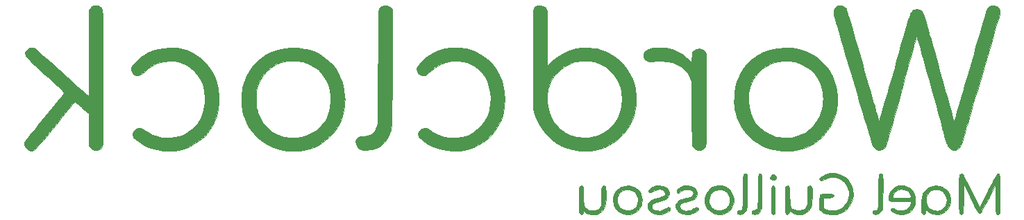
<source format=gbo>
G04 #@! TF.GenerationSoftware,KiCad,Pcbnew,5.1.4-3.fc31*
G04 #@! TF.CreationDate,2019-12-02T16:48:44+01:00*
G04 #@! TF.ProjectId,WordclockPCB,576f7264-636c-46f6-936b-5043422e6b69,rev?*
G04 #@! TF.SameCoordinates,Original*
G04 #@! TF.FileFunction,Legend,Bot*
G04 #@! TF.FilePolarity,Positive*
%FSLAX46Y46*%
G04 Gerber Fmt 4.6, Leading zero omitted, Abs format (unit mm)*
G04 Created by KiCad (PCBNEW 5.1.4-3.fc31) date 2019-12-02 16:48:44*
%MOMM*%
%LPD*%
G04 APERTURE LIST*
%ADD10C,0.010000*%
G04 APERTURE END LIST*
D10*
G36*
X246722954Y-119836075D02*
G01*
X246320726Y-120002011D01*
X246038958Y-120202601D01*
X245852232Y-120402450D01*
X245677887Y-120647258D01*
X245605918Y-120776251D01*
X245543459Y-120910444D01*
X245498331Y-121033419D01*
X245467080Y-121168967D01*
X245446247Y-121340877D01*
X245432377Y-121572939D01*
X245422014Y-121888942D01*
X245417351Y-122074056D01*
X245410708Y-122489311D01*
X245415522Y-122800158D01*
X245434702Y-123020853D01*
X245471163Y-123165651D01*
X245527816Y-123248807D01*
X245607573Y-123284576D01*
X245665606Y-123289227D01*
X245828154Y-123248059D01*
X245918535Y-123119378D01*
X245943091Y-122926298D01*
X245943091Y-122706132D01*
X246136417Y-122887890D01*
X246463245Y-123117926D01*
X246849656Y-123264111D01*
X247262706Y-123317380D01*
X247588217Y-123287399D01*
X248010702Y-123146474D01*
X248367804Y-122913445D01*
X248650238Y-122601124D01*
X248848721Y-122222319D01*
X248953970Y-121789839D01*
X248959867Y-121535397D01*
X248489047Y-121535397D01*
X248446863Y-121880560D01*
X248319444Y-122203309D01*
X248111184Y-122483757D01*
X247826477Y-122702017D01*
X247563216Y-122813604D01*
X247321971Y-122861806D01*
X247075254Y-122850975D01*
X246868883Y-122808095D01*
X246535546Y-122667951D01*
X246269122Y-122443639D01*
X246077367Y-122154207D01*
X245968037Y-121818707D01*
X245948890Y-121456189D01*
X246027682Y-121085704D01*
X246099115Y-120917521D01*
X246311072Y-120613288D01*
X246588147Y-120394649D01*
X246909034Y-120265444D01*
X247252422Y-120229508D01*
X247597005Y-120290681D01*
X247921474Y-120452801D01*
X248060239Y-120564290D01*
X248300128Y-120857375D01*
X248441600Y-121187706D01*
X248489047Y-121535397D01*
X248959867Y-121535397D01*
X248963233Y-121390173D01*
X248879624Y-120935509D01*
X248698513Y-120548945D01*
X248419138Y-120229336D01*
X248040738Y-119975539D01*
X248013174Y-119961531D01*
X247591460Y-119813114D01*
X247153959Y-119772202D01*
X246722954Y-119836075D01*
X246722954Y-119836075D01*
G37*
X246722954Y-119836075D02*
X246320726Y-120002011D01*
X246038958Y-120202601D01*
X245852232Y-120402450D01*
X245677887Y-120647258D01*
X245605918Y-120776251D01*
X245543459Y-120910444D01*
X245498331Y-121033419D01*
X245467080Y-121168967D01*
X245446247Y-121340877D01*
X245432377Y-121572939D01*
X245422014Y-121888942D01*
X245417351Y-122074056D01*
X245410708Y-122489311D01*
X245415522Y-122800158D01*
X245434702Y-123020853D01*
X245471163Y-123165651D01*
X245527816Y-123248807D01*
X245607573Y-123284576D01*
X245665606Y-123289227D01*
X245828154Y-123248059D01*
X245918535Y-123119378D01*
X245943091Y-122926298D01*
X245943091Y-122706132D01*
X246136417Y-122887890D01*
X246463245Y-123117926D01*
X246849656Y-123264111D01*
X247262706Y-123317380D01*
X247588217Y-123287399D01*
X248010702Y-123146474D01*
X248367804Y-122913445D01*
X248650238Y-122601124D01*
X248848721Y-122222319D01*
X248953970Y-121789839D01*
X248959867Y-121535397D01*
X248489047Y-121535397D01*
X248446863Y-121880560D01*
X248319444Y-122203309D01*
X248111184Y-122483757D01*
X247826477Y-122702017D01*
X247563216Y-122813604D01*
X247321971Y-122861806D01*
X247075254Y-122850975D01*
X246868883Y-122808095D01*
X246535546Y-122667951D01*
X246269122Y-122443639D01*
X246077367Y-122154207D01*
X245968037Y-121818707D01*
X245948890Y-121456189D01*
X246027682Y-121085704D01*
X246099115Y-120917521D01*
X246311072Y-120613288D01*
X246588147Y-120394649D01*
X246909034Y-120265444D01*
X247252422Y-120229508D01*
X247597005Y-120290681D01*
X247921474Y-120452801D01*
X248060239Y-120564290D01*
X248300128Y-120857375D01*
X248441600Y-121187706D01*
X248489047Y-121535397D01*
X248959867Y-121535397D01*
X248963233Y-121390173D01*
X248879624Y-120935509D01*
X248698513Y-120548945D01*
X248419138Y-120229336D01*
X248040738Y-119975539D01*
X248013174Y-119961531D01*
X247591460Y-119813114D01*
X247153959Y-119772202D01*
X246722954Y-119836075D01*
G36*
X242634087Y-119797544D02*
G01*
X242471098Y-119842868D01*
X242283276Y-119926468D01*
X242279171Y-119928475D01*
X241942900Y-120147990D01*
X241688334Y-120441744D01*
X241508804Y-120819339D01*
X241418562Y-121167658D01*
X241389504Y-121325513D01*
X241378242Y-121447342D01*
X241397545Y-121537808D01*
X241460181Y-121601576D01*
X241578920Y-121643307D01*
X241766530Y-121667666D01*
X242035781Y-121679316D01*
X242399441Y-121682919D01*
X242830017Y-121683138D01*
X244174114Y-121683138D01*
X244138975Y-121899673D01*
X244029282Y-122232222D01*
X243826012Y-122502281D01*
X243542419Y-122699713D01*
X243191758Y-122814383D01*
X242909368Y-122840000D01*
X242639901Y-122826565D01*
X242416230Y-122773597D01*
X242186468Y-122665246D01*
X242031762Y-122571915D01*
X241876387Y-122526740D01*
X241752651Y-122583308D01*
X241691804Y-122724391D01*
X241689930Y-122760347D01*
X241709762Y-122846799D01*
X241783717Y-122926774D01*
X241933484Y-123018843D01*
X242076581Y-123091444D01*
X242472128Y-123249137D01*
X242840041Y-123313333D01*
X243218841Y-123289414D01*
X243334453Y-123267150D01*
X243759189Y-123117899D01*
X244116354Y-122872159D01*
X244398846Y-122535897D01*
X244550041Y-122245830D01*
X244612187Y-122012289D01*
X244644593Y-121708947D01*
X244646112Y-121381486D01*
X244628543Y-121205349D01*
X244158548Y-121205349D01*
X244099681Y-121229465D01*
X243925280Y-121247746D01*
X243638648Y-121260011D01*
X243243085Y-121266081D01*
X243028337Y-121266744D01*
X241898126Y-121266744D01*
X241899105Y-121132904D01*
X241939622Y-120962717D01*
X242041618Y-120756861D01*
X242178776Y-120559951D01*
X242319253Y-120420634D01*
X242609211Y-120275206D01*
X242939840Y-120220517D01*
X243278602Y-120253528D01*
X243592959Y-120371201D01*
X243843414Y-120562958D01*
X243946032Y-120702921D01*
X244048051Y-120887565D01*
X244126533Y-121070128D01*
X244158539Y-121203852D01*
X244158548Y-121205349D01*
X244628543Y-121205349D01*
X244615599Y-121075585D01*
X244583105Y-120927208D01*
X244439900Y-120606769D01*
X244207804Y-120300168D01*
X243914957Y-120042642D01*
X243833996Y-119989096D01*
X243656555Y-119891072D01*
X243487476Y-119832518D01*
X243280268Y-119801105D01*
X243076344Y-119788140D01*
X242819938Y-119782100D01*
X242634087Y-119797544D01*
X242634087Y-119797544D01*
G37*
X242634087Y-119797544D02*
X242471098Y-119842868D01*
X242283276Y-119926468D01*
X242279171Y-119928475D01*
X241942900Y-120147990D01*
X241688334Y-120441744D01*
X241508804Y-120819339D01*
X241418562Y-121167658D01*
X241389504Y-121325513D01*
X241378242Y-121447342D01*
X241397545Y-121537808D01*
X241460181Y-121601576D01*
X241578920Y-121643307D01*
X241766530Y-121667666D01*
X242035781Y-121679316D01*
X242399441Y-121682919D01*
X242830017Y-121683138D01*
X244174114Y-121683138D01*
X244138975Y-121899673D01*
X244029282Y-122232222D01*
X243826012Y-122502281D01*
X243542419Y-122699713D01*
X243191758Y-122814383D01*
X242909368Y-122840000D01*
X242639901Y-122826565D01*
X242416230Y-122773597D01*
X242186468Y-122665246D01*
X242031762Y-122571915D01*
X241876387Y-122526740D01*
X241752651Y-122583308D01*
X241691804Y-122724391D01*
X241689930Y-122760347D01*
X241709762Y-122846799D01*
X241783717Y-122926774D01*
X241933484Y-123018843D01*
X242076581Y-123091444D01*
X242472128Y-123249137D01*
X242840041Y-123313333D01*
X243218841Y-123289414D01*
X243334453Y-123267150D01*
X243759189Y-123117899D01*
X244116354Y-122872159D01*
X244398846Y-122535897D01*
X244550041Y-122245830D01*
X244612187Y-122012289D01*
X244644593Y-121708947D01*
X244646112Y-121381486D01*
X244628543Y-121205349D01*
X244158548Y-121205349D01*
X244099681Y-121229465D01*
X243925280Y-121247746D01*
X243638648Y-121260011D01*
X243243085Y-121266081D01*
X243028337Y-121266744D01*
X241898126Y-121266744D01*
X241899105Y-121132904D01*
X241939622Y-120962717D01*
X242041618Y-120756861D01*
X242178776Y-120559951D01*
X242319253Y-120420634D01*
X242609211Y-120275206D01*
X242939840Y-120220517D01*
X243278602Y-120253528D01*
X243592959Y-120371201D01*
X243843414Y-120562958D01*
X243946032Y-120702921D01*
X244048051Y-120887565D01*
X244126533Y-121070128D01*
X244158539Y-121203852D01*
X244158548Y-121205349D01*
X244628543Y-121205349D01*
X244615599Y-121075585D01*
X244583105Y-120927208D01*
X244439900Y-120606769D01*
X244207804Y-120300168D01*
X243914957Y-120042642D01*
X243833996Y-119989096D01*
X243656555Y-119891072D01*
X243487476Y-119832518D01*
X243280268Y-119801105D01*
X243076344Y-119788140D01*
X242819938Y-119782100D01*
X242634087Y-119797544D01*
G36*
X234207012Y-118267366D02*
G01*
X233717576Y-118399078D01*
X233287705Y-118624318D01*
X233080735Y-118783909D01*
X232984930Y-118922097D01*
X232996234Y-119047114D01*
X233046792Y-119113395D01*
X233166581Y-119177575D01*
X233323035Y-119154342D01*
X233532192Y-119040446D01*
X233584827Y-119004341D01*
X233938356Y-118824870D01*
X234341894Y-118737925D01*
X234770961Y-118743270D01*
X235201074Y-118840669D01*
X235597608Y-119023763D01*
X235963601Y-119308179D01*
X236245498Y-119661152D01*
X236440843Y-120064706D01*
X236547185Y-120500863D01*
X236562069Y-120951646D01*
X236483041Y-121399079D01*
X236307649Y-121825184D01*
X236033437Y-122211985D01*
X236032860Y-122212628D01*
X235692720Y-122522900D01*
X235320277Y-122724599D01*
X234896671Y-122826081D01*
X234611520Y-122842340D01*
X234331863Y-122834573D01*
X234118879Y-122803527D01*
X233921008Y-122739150D01*
X233793326Y-122682799D01*
X233451288Y-122522507D01*
X233451288Y-121266744D01*
X233960819Y-121266744D01*
X234208671Y-121259771D01*
X234420960Y-121241216D01*
X234561675Y-121214631D01*
X234585409Y-121205167D01*
X234683669Y-121096525D01*
X234687212Y-120955735D01*
X234629087Y-120862248D01*
X234537976Y-120830096D01*
X234357657Y-120807044D01*
X234117542Y-120793093D01*
X233847044Y-120788243D01*
X233575575Y-120792493D01*
X233332549Y-120805843D01*
X233147376Y-120828294D01*
X233049471Y-120859845D01*
X233046792Y-120862248D01*
X233015104Y-120946546D01*
X232992952Y-121130420D01*
X232979876Y-121420163D01*
X232975416Y-121822067D01*
X232975410Y-121839416D01*
X232975410Y-122745202D01*
X233198478Y-122929750D01*
X233488871Y-123107616D01*
X233856938Y-123240280D01*
X234268165Y-123322135D01*
X234688039Y-123347577D01*
X235082046Y-123310998D01*
X235265574Y-123265503D01*
X235750974Y-123063140D01*
X236161523Y-122780571D01*
X236520211Y-122401259D01*
X236584374Y-122316919D01*
X236850100Y-121862616D01*
X237012763Y-121374547D01*
X237075327Y-120869574D01*
X237040755Y-120364560D01*
X236912011Y-119876366D01*
X236692056Y-119421854D01*
X236383856Y-119017887D01*
X235990373Y-118681326D01*
X235939513Y-118647527D01*
X235651792Y-118476622D01*
X235392753Y-118364435D01*
X235115166Y-118295532D01*
X234771802Y-118254478D01*
X234725489Y-118250809D01*
X234207012Y-118267366D01*
X234207012Y-118267366D01*
G37*
X234207012Y-118267366D02*
X233717576Y-118399078D01*
X233287705Y-118624318D01*
X233080735Y-118783909D01*
X232984930Y-118922097D01*
X232996234Y-119047114D01*
X233046792Y-119113395D01*
X233166581Y-119177575D01*
X233323035Y-119154342D01*
X233532192Y-119040446D01*
X233584827Y-119004341D01*
X233938356Y-118824870D01*
X234341894Y-118737925D01*
X234770961Y-118743270D01*
X235201074Y-118840669D01*
X235597608Y-119023763D01*
X235963601Y-119308179D01*
X236245498Y-119661152D01*
X236440843Y-120064706D01*
X236547185Y-120500863D01*
X236562069Y-120951646D01*
X236483041Y-121399079D01*
X236307649Y-121825184D01*
X236033437Y-122211985D01*
X236032860Y-122212628D01*
X235692720Y-122522900D01*
X235320277Y-122724599D01*
X234896671Y-122826081D01*
X234611520Y-122842340D01*
X234331863Y-122834573D01*
X234118879Y-122803527D01*
X233921008Y-122739150D01*
X233793326Y-122682799D01*
X233451288Y-122522507D01*
X233451288Y-121266744D01*
X233960819Y-121266744D01*
X234208671Y-121259771D01*
X234420960Y-121241216D01*
X234561675Y-121214631D01*
X234585409Y-121205167D01*
X234683669Y-121096525D01*
X234687212Y-120955735D01*
X234629087Y-120862248D01*
X234537976Y-120830096D01*
X234357657Y-120807044D01*
X234117542Y-120793093D01*
X233847044Y-120788243D01*
X233575575Y-120792493D01*
X233332549Y-120805843D01*
X233147376Y-120828294D01*
X233049471Y-120859845D01*
X233046792Y-120862248D01*
X233015104Y-120946546D01*
X232992952Y-121130420D01*
X232979876Y-121420163D01*
X232975416Y-121822067D01*
X232975410Y-121839416D01*
X232975410Y-122745202D01*
X233198478Y-122929750D01*
X233488871Y-123107616D01*
X233856938Y-123240280D01*
X234268165Y-123322135D01*
X234688039Y-123347577D01*
X235082046Y-123310998D01*
X235265574Y-123265503D01*
X235750974Y-123063140D01*
X236161523Y-122780571D01*
X236520211Y-122401259D01*
X236584374Y-122316919D01*
X236850100Y-121862616D01*
X237012763Y-121374547D01*
X237075327Y-120869574D01*
X237040755Y-120364560D01*
X236912011Y-119876366D01*
X236692056Y-119421854D01*
X236383856Y-119017887D01*
X235990373Y-118681326D01*
X235939513Y-118647527D01*
X235651792Y-118476622D01*
X235392753Y-118364435D01*
X235115166Y-118295532D01*
X234771802Y-118254478D01*
X234725489Y-118250809D01*
X234207012Y-118267366D01*
G36*
X231703475Y-119825102D02*
G01*
X231547775Y-119896044D01*
X231546469Y-120953174D01*
X231541544Y-121410648D01*
X231525376Y-121766906D01*
X231493963Y-122039478D01*
X231443308Y-122245897D01*
X231369411Y-122403696D01*
X231268272Y-122530405D01*
X231166183Y-122620287D01*
X230904186Y-122761804D01*
X230595989Y-122828560D01*
X230270757Y-122824676D01*
X229957653Y-122754272D01*
X229685840Y-122621467D01*
X229484483Y-122430383D01*
X229450816Y-122377947D01*
X229418128Y-122257692D01*
X229390243Y-122020853D01*
X229367348Y-121669726D01*
X229349630Y-121206609D01*
X229346838Y-121105126D01*
X229334946Y-120698913D01*
X229322192Y-120395141D01*
X229306831Y-120177286D01*
X229287114Y-120028821D01*
X229261294Y-119933223D01*
X229227623Y-119873965D01*
X229215195Y-119860267D01*
X229117046Y-119793417D01*
X229003733Y-119809661D01*
X228962385Y-119827285D01*
X228811475Y-119896044D01*
X228811475Y-121525867D01*
X228812179Y-122038291D01*
X228815732Y-122443572D01*
X228824301Y-122753533D01*
X228840051Y-122979998D01*
X228865146Y-123134790D01*
X228901751Y-123229734D01*
X228952032Y-123276653D01*
X229018154Y-123287371D01*
X229102281Y-123273712D01*
X229130279Y-123266899D01*
X229253702Y-123187223D01*
X229309138Y-123046462D01*
X229346103Y-122861639D01*
X229527746Y-123014481D01*
X229736083Y-123143682D01*
X230009831Y-123253652D01*
X230295437Y-123326233D01*
X230502717Y-123345078D01*
X230665598Y-123324503D01*
X230878759Y-123276047D01*
X230998933Y-123240979D01*
X231376450Y-123069761D01*
X231667289Y-122821428D01*
X231883073Y-122485874D01*
X231893689Y-122463178D01*
X231949907Y-122333159D01*
X231991249Y-122209462D01*
X232020615Y-122069712D01*
X232040909Y-121891532D01*
X232055034Y-121652547D01*
X232065892Y-121330378D01*
X232072036Y-121088290D01*
X232080225Y-120710332D01*
X232083010Y-120432415D01*
X232078898Y-120235677D01*
X232066396Y-120101253D01*
X232044012Y-120010281D01*
X232010253Y-119943897D01*
X231978063Y-119900734D01*
X231881893Y-119803321D01*
X231791593Y-119791573D01*
X231703475Y-119825102D01*
X231703475Y-119825102D01*
G37*
X231703475Y-119825102D02*
X231547775Y-119896044D01*
X231546469Y-120953174D01*
X231541544Y-121410648D01*
X231525376Y-121766906D01*
X231493963Y-122039478D01*
X231443308Y-122245897D01*
X231369411Y-122403696D01*
X231268272Y-122530405D01*
X231166183Y-122620287D01*
X230904186Y-122761804D01*
X230595989Y-122828560D01*
X230270757Y-122824676D01*
X229957653Y-122754272D01*
X229685840Y-122621467D01*
X229484483Y-122430383D01*
X229450816Y-122377947D01*
X229418128Y-122257692D01*
X229390243Y-122020853D01*
X229367348Y-121669726D01*
X229349630Y-121206609D01*
X229346838Y-121105126D01*
X229334946Y-120698913D01*
X229322192Y-120395141D01*
X229306831Y-120177286D01*
X229287114Y-120028821D01*
X229261294Y-119933223D01*
X229227623Y-119873965D01*
X229215195Y-119860267D01*
X229117046Y-119793417D01*
X229003733Y-119809661D01*
X228962385Y-119827285D01*
X228811475Y-119896044D01*
X228811475Y-121525867D01*
X228812179Y-122038291D01*
X228815732Y-122443572D01*
X228824301Y-122753533D01*
X228840051Y-122979998D01*
X228865146Y-123134790D01*
X228901751Y-123229734D01*
X228952032Y-123276653D01*
X229018154Y-123287371D01*
X229102281Y-123273712D01*
X229130279Y-123266899D01*
X229253702Y-123187223D01*
X229309138Y-123046462D01*
X229346103Y-122861639D01*
X229527746Y-123014481D01*
X229736083Y-123143682D01*
X230009831Y-123253652D01*
X230295437Y-123326233D01*
X230502717Y-123345078D01*
X230665598Y-123324503D01*
X230878759Y-123276047D01*
X230998933Y-123240979D01*
X231376450Y-123069761D01*
X231667289Y-122821428D01*
X231883073Y-122485874D01*
X231893689Y-122463178D01*
X231949907Y-122333159D01*
X231991249Y-122209462D01*
X232020615Y-122069712D01*
X232040909Y-121891532D01*
X232055034Y-121652547D01*
X232065892Y-121330378D01*
X232072036Y-121088290D01*
X232080225Y-120710332D01*
X232083010Y-120432415D01*
X232078898Y-120235677D01*
X232066396Y-120101253D01*
X232044012Y-120010281D01*
X232010253Y-119943897D01*
X231978063Y-119900734D01*
X231881893Y-119803321D01*
X231791593Y-119791573D01*
X231703475Y-119825102D01*
G36*
X220291001Y-119824841D02*
G01*
X220142407Y-119863635D01*
X219774290Y-120045370D01*
X219466547Y-120315144D01*
X219228092Y-120653728D01*
X219067839Y-121041896D01*
X218994702Y-121460420D01*
X219017595Y-121890073D01*
X219082577Y-122149570D01*
X219266910Y-122524835D01*
X219540113Y-122840196D01*
X219882634Y-123084729D01*
X220274923Y-123247508D01*
X220697428Y-123317606D01*
X221117491Y-123286744D01*
X221549062Y-123145400D01*
X221913048Y-122912000D01*
X222200066Y-122598246D01*
X222400734Y-122215840D01*
X222505670Y-121776485D01*
X222519308Y-121538163D01*
X222505557Y-121419265D01*
X222019693Y-121419265D01*
X222004854Y-121828124D01*
X221899956Y-122167205D01*
X221700047Y-122449866D01*
X221603882Y-122540371D01*
X221279472Y-122743936D01*
X220918072Y-122842272D01*
X220542037Y-122833260D01*
X220173719Y-122714783D01*
X220110310Y-122681858D01*
X219835389Y-122467398D01*
X219639717Y-122186114D01*
X219524132Y-121860654D01*
X219489470Y-121513666D01*
X219536568Y-121167799D01*
X219666263Y-120845700D01*
X219879391Y-120570018D01*
X220027823Y-120449541D01*
X220315944Y-120311775D01*
X220652028Y-120240346D01*
X220978276Y-120247112D01*
X220997838Y-120250554D01*
X221369868Y-120374092D01*
X221665818Y-120586094D01*
X221877800Y-120877541D01*
X221997927Y-121239412D01*
X222019693Y-121419265D01*
X222505557Y-121419265D01*
X222465595Y-121073743D01*
X222309237Y-120657725D01*
X222057401Y-120302334D01*
X221717257Y-120019797D01*
X221584075Y-119943184D01*
X221315855Y-119848856D01*
X220980656Y-119796019D01*
X220623897Y-119787178D01*
X220291001Y-119824841D01*
X220291001Y-119824841D01*
G37*
X220291001Y-119824841D02*
X220142407Y-119863635D01*
X219774290Y-120045370D01*
X219466547Y-120315144D01*
X219228092Y-120653728D01*
X219067839Y-121041896D01*
X218994702Y-121460420D01*
X219017595Y-121890073D01*
X219082577Y-122149570D01*
X219266910Y-122524835D01*
X219540113Y-122840196D01*
X219882634Y-123084729D01*
X220274923Y-123247508D01*
X220697428Y-123317606D01*
X221117491Y-123286744D01*
X221549062Y-123145400D01*
X221913048Y-122912000D01*
X222200066Y-122598246D01*
X222400734Y-122215840D01*
X222505670Y-121776485D01*
X222519308Y-121538163D01*
X222505557Y-121419265D01*
X222019693Y-121419265D01*
X222004854Y-121828124D01*
X221899956Y-122167205D01*
X221700047Y-122449866D01*
X221603882Y-122540371D01*
X221279472Y-122743936D01*
X220918072Y-122842272D01*
X220542037Y-122833260D01*
X220173719Y-122714783D01*
X220110310Y-122681858D01*
X219835389Y-122467398D01*
X219639717Y-122186114D01*
X219524132Y-121860654D01*
X219489470Y-121513666D01*
X219536568Y-121167799D01*
X219666263Y-120845700D01*
X219879391Y-120570018D01*
X220027823Y-120449541D01*
X220315944Y-120311775D01*
X220652028Y-120240346D01*
X220978276Y-120247112D01*
X220997838Y-120250554D01*
X221369868Y-120374092D01*
X221665818Y-120586094D01*
X221877800Y-120877541D01*
X221997927Y-121239412D01*
X222019693Y-121419265D01*
X222505557Y-121419265D01*
X222465595Y-121073743D01*
X222309237Y-120657725D01*
X222057401Y-120302334D01*
X221717257Y-120019797D01*
X221584075Y-119943184D01*
X221315855Y-119848856D01*
X220980656Y-119796019D01*
X220623897Y-119787178D01*
X220291001Y-119824841D01*
G36*
X216456400Y-119802867D02*
G01*
X216251767Y-119848660D01*
X216052635Y-119934806D01*
X215856891Y-120062663D01*
X215691609Y-120208758D01*
X215583864Y-120349616D01*
X215558067Y-120450106D01*
X215618834Y-120581692D01*
X215728471Y-120658118D01*
X215845675Y-120653564D01*
X215864799Y-120641850D01*
X216111706Y-120464009D01*
X216294356Y-120346756D01*
X216442187Y-120277359D01*
X216584634Y-120243090D01*
X216751134Y-120231218D01*
X216817084Y-120230038D01*
X217139221Y-120259713D01*
X217380428Y-120351933D01*
X217531910Y-120499032D01*
X217584873Y-120693339D01*
X217552632Y-120871313D01*
X217484377Y-120989736D01*
X217359793Y-121087169D01*
X217161397Y-121172013D01*
X216871704Y-121252668D01*
X216661614Y-121299444D01*
X216217819Y-121418558D01*
X215881802Y-121569952D01*
X215645258Y-121759859D01*
X215499884Y-121994512D01*
X215444388Y-122213003D01*
X215459664Y-122503607D01*
X215576583Y-122763479D01*
X215779853Y-122983781D01*
X216054179Y-123155677D01*
X216384266Y-123270328D01*
X216754822Y-123318895D01*
X217150552Y-123292541D01*
X217271429Y-123268809D01*
X217579122Y-123183057D01*
X217813156Y-123074581D01*
X218018841Y-122921269D01*
X218059602Y-122884178D01*
X218189893Y-122720340D01*
X218211848Y-122579349D01*
X218124830Y-122471457D01*
X218086498Y-122451095D01*
X217993276Y-122426452D01*
X217889039Y-122449529D01*
X217741049Y-122531025D01*
X217640832Y-122596743D01*
X217303961Y-122773877D01*
X217015788Y-122844160D01*
X216686704Y-122853918D01*
X216401056Y-122803647D01*
X216171843Y-122703892D01*
X216012066Y-122565203D01*
X215934725Y-122398124D01*
X215952820Y-122213204D01*
X216046314Y-122057641D01*
X216114872Y-121982806D01*
X216190899Y-121923318D01*
X216294862Y-121871263D01*
X216447228Y-121818728D01*
X216668463Y-121757800D01*
X216979035Y-121680566D01*
X217092974Y-121652963D01*
X217494262Y-121517831D01*
X217796718Y-121332371D01*
X217996305Y-121100829D01*
X218088985Y-120827446D01*
X218087360Y-120607899D01*
X218001210Y-120321278D01*
X217822168Y-120096206D01*
X217541583Y-119920437D01*
X217215466Y-119818609D01*
X216836795Y-119778475D01*
X216456400Y-119802867D01*
X216456400Y-119802867D01*
G37*
X216456400Y-119802867D02*
X216251767Y-119848660D01*
X216052635Y-119934806D01*
X215856891Y-120062663D01*
X215691609Y-120208758D01*
X215583864Y-120349616D01*
X215558067Y-120450106D01*
X215618834Y-120581692D01*
X215728471Y-120658118D01*
X215845675Y-120653564D01*
X215864799Y-120641850D01*
X216111706Y-120464009D01*
X216294356Y-120346756D01*
X216442187Y-120277359D01*
X216584634Y-120243090D01*
X216751134Y-120231218D01*
X216817084Y-120230038D01*
X217139221Y-120259713D01*
X217380428Y-120351933D01*
X217531910Y-120499032D01*
X217584873Y-120693339D01*
X217552632Y-120871313D01*
X217484377Y-120989736D01*
X217359793Y-121087169D01*
X217161397Y-121172013D01*
X216871704Y-121252668D01*
X216661614Y-121299444D01*
X216217819Y-121418558D01*
X215881802Y-121569952D01*
X215645258Y-121759859D01*
X215499884Y-121994512D01*
X215444388Y-122213003D01*
X215459664Y-122503607D01*
X215576583Y-122763479D01*
X215779853Y-122983781D01*
X216054179Y-123155677D01*
X216384266Y-123270328D01*
X216754822Y-123318895D01*
X217150552Y-123292541D01*
X217271429Y-123268809D01*
X217579122Y-123183057D01*
X217813156Y-123074581D01*
X218018841Y-122921269D01*
X218059602Y-122884178D01*
X218189893Y-122720340D01*
X218211848Y-122579349D01*
X218124830Y-122471457D01*
X218086498Y-122451095D01*
X217993276Y-122426452D01*
X217889039Y-122449529D01*
X217741049Y-122531025D01*
X217640832Y-122596743D01*
X217303961Y-122773877D01*
X217015788Y-122844160D01*
X216686704Y-122853918D01*
X216401056Y-122803647D01*
X216171843Y-122703892D01*
X216012066Y-122565203D01*
X215934725Y-122398124D01*
X215952820Y-122213204D01*
X216046314Y-122057641D01*
X216114872Y-121982806D01*
X216190899Y-121923318D01*
X216294862Y-121871263D01*
X216447228Y-121818728D01*
X216668463Y-121757800D01*
X216979035Y-121680566D01*
X217092974Y-121652963D01*
X217494262Y-121517831D01*
X217796718Y-121332371D01*
X217996305Y-121100829D01*
X218088985Y-120827446D01*
X218087360Y-120607899D01*
X218001210Y-120321278D01*
X217822168Y-120096206D01*
X217541583Y-119920437D01*
X217215466Y-119818609D01*
X216836795Y-119778475D01*
X216456400Y-119802867D01*
G36*
X213028410Y-119794327D02*
G01*
X212880913Y-119827222D01*
X212728637Y-119891152D01*
X212634654Y-119938645D01*
X212378262Y-120096843D01*
X212202027Y-120258796D01*
X212117029Y-120411190D01*
X212134027Y-120540199D01*
X212240849Y-120641335D01*
X212379235Y-120641868D01*
X212561465Y-120540698D01*
X212618576Y-120496769D01*
X212896373Y-120329853D01*
X213201086Y-120239465D01*
X213505802Y-120225487D01*
X213783608Y-120287802D01*
X214007589Y-120426293D01*
X214076189Y-120503135D01*
X214164538Y-120694858D01*
X214139277Y-120870894D01*
X214005301Y-121026062D01*
X213767504Y-121155180D01*
X213430782Y-121253066D01*
X213353545Y-121268158D01*
X212889533Y-121385850D01*
X212518141Y-121549875D01*
X212243725Y-121754398D01*
X212070639Y-121993583D01*
X212003239Y-122261593D01*
X212045880Y-122552592D01*
X212185013Y-122834030D01*
X212362316Y-123009763D01*
X212627021Y-123153215D01*
X212949982Y-123255983D01*
X213302055Y-123309668D01*
X213654092Y-123305870D01*
X213767599Y-123290166D01*
X214191967Y-123159704D01*
X214609485Y-122920274D01*
X214738761Y-122781151D01*
X214772728Y-122631867D01*
X214710108Y-122502213D01*
X214629712Y-122448057D01*
X214527847Y-122418594D01*
X214428025Y-122444494D01*
X214290023Y-122538228D01*
X214257933Y-122563340D01*
X213909111Y-122766384D01*
X213522336Y-122860347D01*
X213113620Y-122842172D01*
X212969791Y-122809154D01*
X212713137Y-122696753D01*
X212561444Y-122530131D01*
X212512646Y-122312045D01*
X212527211Y-122172292D01*
X212580613Y-122058546D01*
X212687412Y-121962294D01*
X212862168Y-121875026D01*
X213119442Y-121788232D01*
X213473794Y-121693400D01*
X213640934Y-121652522D01*
X213990262Y-121548960D01*
X214246763Y-121422919D01*
X214436333Y-121259618D01*
X214520055Y-121150633D01*
X214634827Y-120882691D01*
X214643726Y-120599037D01*
X214552748Y-120324442D01*
X214367891Y-120083674D01*
X214236658Y-119980068D01*
X214092707Y-119895661D01*
X213947608Y-119842805D01*
X213763209Y-119812154D01*
X213501357Y-119794360D01*
X213473544Y-119793108D01*
X213212247Y-119785334D01*
X213028410Y-119794327D01*
X213028410Y-119794327D01*
G37*
X213028410Y-119794327D02*
X212880913Y-119827222D01*
X212728637Y-119891152D01*
X212634654Y-119938645D01*
X212378262Y-120096843D01*
X212202027Y-120258796D01*
X212117029Y-120411190D01*
X212134027Y-120540199D01*
X212240849Y-120641335D01*
X212379235Y-120641868D01*
X212561465Y-120540698D01*
X212618576Y-120496769D01*
X212896373Y-120329853D01*
X213201086Y-120239465D01*
X213505802Y-120225487D01*
X213783608Y-120287802D01*
X214007589Y-120426293D01*
X214076189Y-120503135D01*
X214164538Y-120694858D01*
X214139277Y-120870894D01*
X214005301Y-121026062D01*
X213767504Y-121155180D01*
X213430782Y-121253066D01*
X213353545Y-121268158D01*
X212889533Y-121385850D01*
X212518141Y-121549875D01*
X212243725Y-121754398D01*
X212070639Y-121993583D01*
X212003239Y-122261593D01*
X212045880Y-122552592D01*
X212185013Y-122834030D01*
X212362316Y-123009763D01*
X212627021Y-123153215D01*
X212949982Y-123255983D01*
X213302055Y-123309668D01*
X213654092Y-123305870D01*
X213767599Y-123290166D01*
X214191967Y-123159704D01*
X214609485Y-122920274D01*
X214738761Y-122781151D01*
X214772728Y-122631867D01*
X214710108Y-122502213D01*
X214629712Y-122448057D01*
X214527847Y-122418594D01*
X214428025Y-122444494D01*
X214290023Y-122538228D01*
X214257933Y-122563340D01*
X213909111Y-122766384D01*
X213522336Y-122860347D01*
X213113620Y-122842172D01*
X212969791Y-122809154D01*
X212713137Y-122696753D01*
X212561444Y-122530131D01*
X212512646Y-122312045D01*
X212527211Y-122172292D01*
X212580613Y-122058546D01*
X212687412Y-121962294D01*
X212862168Y-121875026D01*
X213119442Y-121788232D01*
X213473794Y-121693400D01*
X213640934Y-121652522D01*
X213990262Y-121548960D01*
X214246763Y-121422919D01*
X214436333Y-121259618D01*
X214520055Y-121150633D01*
X214634827Y-120882691D01*
X214643726Y-120599037D01*
X214552748Y-120324442D01*
X214367891Y-120083674D01*
X214236658Y-119980068D01*
X214092707Y-119895661D01*
X213947608Y-119842805D01*
X213763209Y-119812154D01*
X213501357Y-119794360D01*
X213473544Y-119793108D01*
X213212247Y-119785334D01*
X213028410Y-119794327D01*
G36*
X209226098Y-119811005D02*
G01*
X208802061Y-119928799D01*
X208444740Y-120144904D01*
X208154712Y-120458991D01*
X207964711Y-120795630D01*
X207879902Y-120999533D01*
X207833283Y-121168667D01*
X207816974Y-121351303D01*
X207823095Y-121595714D01*
X207825793Y-121646751D01*
X207871168Y-122034597D01*
X207969317Y-122345288D01*
X208135497Y-122614569D01*
X208328800Y-122825284D01*
X208670273Y-123076208D01*
X209072601Y-123242670D01*
X209504721Y-123315744D01*
X209934353Y-123286744D01*
X210363993Y-123143746D01*
X210734567Y-122901848D01*
X211032034Y-122572050D01*
X211182707Y-122308974D01*
X211262037Y-122105437D01*
X211305116Y-121893630D01*
X211320533Y-121625473D01*
X211320774Y-121584006D01*
X210847073Y-121584006D01*
X210794081Y-121954303D01*
X210646705Y-122273928D01*
X210422344Y-122532931D01*
X210138396Y-122721365D01*
X209812261Y-122829279D01*
X209461336Y-122846726D01*
X209103021Y-122763754D01*
X208927172Y-122681858D01*
X208648931Y-122466179D01*
X208452272Y-122186123D01*
X208336863Y-121863595D01*
X208302373Y-121520496D01*
X208348470Y-121178730D01*
X208474824Y-120860199D01*
X208681103Y-120586807D01*
X208961935Y-120383036D01*
X209320384Y-120259131D01*
X209694006Y-120237735D01*
X210052036Y-120318477D01*
X210217591Y-120398203D01*
X210517463Y-120633114D01*
X210719641Y-120931530D01*
X210826911Y-121298700D01*
X210847073Y-121584006D01*
X211320774Y-121584006D01*
X211321063Y-121534426D01*
X211296477Y-121147523D01*
X211215041Y-120832955D01*
X211063245Y-120552262D01*
X210906224Y-120353439D01*
X210611944Y-120078824D01*
X210285981Y-119901674D01*
X209900348Y-119808781D01*
X209716277Y-119791853D01*
X209226098Y-119811005D01*
X209226098Y-119811005D01*
G37*
X209226098Y-119811005D02*
X208802061Y-119928799D01*
X208444740Y-120144904D01*
X208154712Y-120458991D01*
X207964711Y-120795630D01*
X207879902Y-120999533D01*
X207833283Y-121168667D01*
X207816974Y-121351303D01*
X207823095Y-121595714D01*
X207825793Y-121646751D01*
X207871168Y-122034597D01*
X207969317Y-122345288D01*
X208135497Y-122614569D01*
X208328800Y-122825284D01*
X208670273Y-123076208D01*
X209072601Y-123242670D01*
X209504721Y-123315744D01*
X209934353Y-123286744D01*
X210363993Y-123143746D01*
X210734567Y-122901848D01*
X211032034Y-122572050D01*
X211182707Y-122308974D01*
X211262037Y-122105437D01*
X211305116Y-121893630D01*
X211320533Y-121625473D01*
X211320774Y-121584006D01*
X210847073Y-121584006D01*
X210794081Y-121954303D01*
X210646705Y-122273928D01*
X210422344Y-122532931D01*
X210138396Y-122721365D01*
X209812261Y-122829279D01*
X209461336Y-122846726D01*
X209103021Y-122763754D01*
X208927172Y-122681858D01*
X208648931Y-122466179D01*
X208452272Y-122186123D01*
X208336863Y-121863595D01*
X208302373Y-121520496D01*
X208348470Y-121178730D01*
X208474824Y-120860199D01*
X208681103Y-120586807D01*
X208961935Y-120383036D01*
X209320384Y-120259131D01*
X209694006Y-120237735D01*
X210052036Y-120318477D01*
X210217591Y-120398203D01*
X210517463Y-120633114D01*
X210719641Y-120931530D01*
X210826911Y-121298700D01*
X210847073Y-121584006D01*
X211320774Y-121584006D01*
X211321063Y-121534426D01*
X211296477Y-121147523D01*
X211215041Y-120832955D01*
X211063245Y-120552262D01*
X210906224Y-120353439D01*
X210611944Y-120078824D01*
X210285981Y-119901674D01*
X209900348Y-119808781D01*
X209716277Y-119791853D01*
X209226098Y-119811005D01*
G36*
X203807441Y-119819834D02*
G01*
X203742891Y-119873101D01*
X203714004Y-119916117D01*
X203691611Y-119989559D01*
X203674925Y-120107207D01*
X203663163Y-120282839D01*
X203655537Y-120530234D01*
X203651263Y-120863169D01*
X203649556Y-121295424D01*
X203649415Y-121512843D01*
X203651832Y-122012140D01*
X203658841Y-122435742D01*
X203670071Y-122773710D01*
X203685154Y-123016107D01*
X203703723Y-123152995D01*
X203710992Y-123174168D01*
X203818276Y-123265598D01*
X203968417Y-123284687D01*
X204105467Y-123225362D01*
X204113396Y-123217845D01*
X204170964Y-123103959D01*
X204184777Y-123009275D01*
X204188948Y-122931122D01*
X204218039Y-122911710D01*
X204296916Y-122954895D01*
X204425729Y-123046631D01*
X204785818Y-123236128D01*
X205192254Y-123324901D01*
X205621910Y-123308805D01*
X205748186Y-123283779D01*
X206133847Y-123135216D01*
X206456603Y-122893348D01*
X206700678Y-122572967D01*
X206828493Y-122270734D01*
X206867405Y-122079466D01*
X206896796Y-121815350D01*
X206916675Y-121501697D01*
X206927049Y-121161820D01*
X206927928Y-120819032D01*
X206919321Y-120496644D01*
X206901236Y-120217969D01*
X206873681Y-120006320D01*
X206836666Y-119885008D01*
X206827601Y-119873101D01*
X206691981Y-119787805D01*
X206561513Y-119818929D01*
X206484161Y-119888407D01*
X206447400Y-119944952D01*
X206420861Y-120032798D01*
X206402983Y-120169791D01*
X206392208Y-120373774D01*
X206386974Y-120662593D01*
X206385714Y-121014746D01*
X206382005Y-121378372D01*
X206371664Y-121702196D01*
X206355868Y-121964213D01*
X206335796Y-122142420D01*
X206322267Y-122199757D01*
X206155719Y-122484091D01*
X205905694Y-122686351D01*
X205578159Y-122802908D01*
X205282706Y-122831927D01*
X205029818Y-122820384D01*
X204832254Y-122770174D01*
X204647796Y-122677675D01*
X204497946Y-122581465D01*
X204384237Y-122479955D01*
X204301742Y-122355717D01*
X204245539Y-122191322D01*
X204210703Y-121969344D01*
X204192309Y-121672353D01*
X204185435Y-121282924D01*
X204184777Y-121038936D01*
X204183251Y-120644572D01*
X204177777Y-120352423D01*
X204167014Y-120145759D01*
X204149622Y-120007854D01*
X204124258Y-119921981D01*
X204091301Y-119873101D01*
X203948680Y-119787102D01*
X203807441Y-119819834D01*
X203807441Y-119819834D01*
G37*
X203807441Y-119819834D02*
X203742891Y-119873101D01*
X203714004Y-119916117D01*
X203691611Y-119989559D01*
X203674925Y-120107207D01*
X203663163Y-120282839D01*
X203655537Y-120530234D01*
X203651263Y-120863169D01*
X203649556Y-121295424D01*
X203649415Y-121512843D01*
X203651832Y-122012140D01*
X203658841Y-122435742D01*
X203670071Y-122773710D01*
X203685154Y-123016107D01*
X203703723Y-123152995D01*
X203710992Y-123174168D01*
X203818276Y-123265598D01*
X203968417Y-123284687D01*
X204105467Y-123225362D01*
X204113396Y-123217845D01*
X204170964Y-123103959D01*
X204184777Y-123009275D01*
X204188948Y-122931122D01*
X204218039Y-122911710D01*
X204296916Y-122954895D01*
X204425729Y-123046631D01*
X204785818Y-123236128D01*
X205192254Y-123324901D01*
X205621910Y-123308805D01*
X205748186Y-123283779D01*
X206133847Y-123135216D01*
X206456603Y-122893348D01*
X206700678Y-122572967D01*
X206828493Y-122270734D01*
X206867405Y-122079466D01*
X206896796Y-121815350D01*
X206916675Y-121501697D01*
X206927049Y-121161820D01*
X206927928Y-120819032D01*
X206919321Y-120496644D01*
X206901236Y-120217969D01*
X206873681Y-120006320D01*
X206836666Y-119885008D01*
X206827601Y-119873101D01*
X206691981Y-119787805D01*
X206561513Y-119818929D01*
X206484161Y-119888407D01*
X206447400Y-119944952D01*
X206420861Y-120032798D01*
X206402983Y-120169791D01*
X206392208Y-120373774D01*
X206386974Y-120662593D01*
X206385714Y-121014746D01*
X206382005Y-121378372D01*
X206371664Y-121702196D01*
X206355868Y-121964213D01*
X206335796Y-122142420D01*
X206322267Y-122199757D01*
X206155719Y-122484091D01*
X205905694Y-122686351D01*
X205578159Y-122802908D01*
X205282706Y-122831927D01*
X205029818Y-122820384D01*
X204832254Y-122770174D01*
X204647796Y-122677675D01*
X204497946Y-122581465D01*
X204384237Y-122479955D01*
X204301742Y-122355717D01*
X204245539Y-122191322D01*
X204210703Y-121969344D01*
X204192309Y-121672353D01*
X204185435Y-121282924D01*
X204184777Y-121038936D01*
X204183251Y-120644572D01*
X204177777Y-120352423D01*
X204167014Y-120145759D01*
X204149622Y-120007854D01*
X204124258Y-119921981D01*
X204091301Y-119873101D01*
X203948680Y-119787102D01*
X203807441Y-119819834D01*
G36*
X254642740Y-118324926D02*
G01*
X254593415Y-118390365D01*
X254497639Y-118550378D01*
X254361871Y-118792983D01*
X254192575Y-119106197D01*
X253996210Y-119478040D01*
X253779237Y-119896530D01*
X253548119Y-120349685D01*
X253507132Y-120430803D01*
X252475621Y-122475127D01*
X251467429Y-120430489D01*
X251240353Y-119972513D01*
X251027430Y-119547937D01*
X250834819Y-119168682D01*
X250668682Y-118846672D01*
X250535181Y-118593830D01*
X250440476Y-118422078D01*
X250390728Y-118343339D01*
X250387230Y-118340089D01*
X250239649Y-118297186D01*
X250098716Y-118369548D01*
X250081532Y-118385982D01*
X250057445Y-118421902D01*
X250037809Y-118484211D01*
X250022184Y-118584105D01*
X250010132Y-118732781D01*
X250001213Y-118941438D01*
X249994988Y-119221271D01*
X249991018Y-119583478D01*
X249988864Y-120039256D01*
X249988087Y-120599803D01*
X249988056Y-120769283D01*
X249989701Y-121418390D01*
X249994555Y-121973171D01*
X250002500Y-122429004D01*
X250013419Y-122781265D01*
X250027192Y-123025331D01*
X250043702Y-123156580D01*
X250049634Y-123174168D01*
X250156187Y-123266801D01*
X250255738Y-123289227D01*
X250396371Y-123243867D01*
X250461842Y-123174168D01*
X250480683Y-123078401D01*
X250496692Y-122871974D01*
X250509583Y-122563170D01*
X250519072Y-122160270D01*
X250524877Y-121671559D01*
X250526591Y-121285526D01*
X250529762Y-119511943D01*
X251414270Y-121311463D01*
X251644427Y-121774808D01*
X251854633Y-122188396D01*
X252039218Y-122541657D01*
X252192511Y-122824021D01*
X252308841Y-123024918D01*
X252382539Y-123133779D01*
X252400682Y-123150086D01*
X252536950Y-123155619D01*
X252598601Y-123132638D01*
X252647992Y-123067402D01*
X252743294Y-122908761D01*
X252877379Y-122669803D01*
X253043119Y-122363616D01*
X253233384Y-122003287D01*
X253441047Y-121601903D01*
X253567641Y-121353499D01*
X254440669Y-119630913D01*
X254459913Y-121402814D01*
X254466303Y-121919588D01*
X254473483Y-122329633D01*
X254482180Y-122645189D01*
X254493120Y-122878497D01*
X254507029Y-123041797D01*
X254524634Y-123147329D01*
X254546660Y-123207335D01*
X254568384Y-123231060D01*
X254735560Y-123285477D01*
X254881854Y-123242765D01*
X254918699Y-123207945D01*
X254937111Y-123144864D01*
X254951664Y-123000630D01*
X254962491Y-122769071D01*
X254969721Y-122444014D01*
X254973485Y-122019289D01*
X254973915Y-121488723D01*
X254971141Y-120846144D01*
X254970596Y-120760664D01*
X254966355Y-120165246D01*
X254961859Y-119677701D01*
X254956562Y-119286932D01*
X254949918Y-118981842D01*
X254941381Y-118751336D01*
X254930403Y-118584316D01*
X254916441Y-118469686D01*
X254898947Y-118396350D01*
X254877376Y-118353211D01*
X254851180Y-118329173D01*
X254850937Y-118329019D01*
X254714319Y-118296446D01*
X254642740Y-118324926D01*
X254642740Y-118324926D01*
G37*
X254642740Y-118324926D02*
X254593415Y-118390365D01*
X254497639Y-118550378D01*
X254361871Y-118792983D01*
X254192575Y-119106197D01*
X253996210Y-119478040D01*
X253779237Y-119896530D01*
X253548119Y-120349685D01*
X253507132Y-120430803D01*
X252475621Y-122475127D01*
X251467429Y-120430489D01*
X251240353Y-119972513D01*
X251027430Y-119547937D01*
X250834819Y-119168682D01*
X250668682Y-118846672D01*
X250535181Y-118593830D01*
X250440476Y-118422078D01*
X250390728Y-118343339D01*
X250387230Y-118340089D01*
X250239649Y-118297186D01*
X250098716Y-118369548D01*
X250081532Y-118385982D01*
X250057445Y-118421902D01*
X250037809Y-118484211D01*
X250022184Y-118584105D01*
X250010132Y-118732781D01*
X250001213Y-118941438D01*
X249994988Y-119221271D01*
X249991018Y-119583478D01*
X249988864Y-120039256D01*
X249988087Y-120599803D01*
X249988056Y-120769283D01*
X249989701Y-121418390D01*
X249994555Y-121973171D01*
X250002500Y-122429004D01*
X250013419Y-122781265D01*
X250027192Y-123025331D01*
X250043702Y-123156580D01*
X250049634Y-123174168D01*
X250156187Y-123266801D01*
X250255738Y-123289227D01*
X250396371Y-123243867D01*
X250461842Y-123174168D01*
X250480683Y-123078401D01*
X250496692Y-122871974D01*
X250509583Y-122563170D01*
X250519072Y-122160270D01*
X250524877Y-121671559D01*
X250526591Y-121285526D01*
X250529762Y-119511943D01*
X251414270Y-121311463D01*
X251644427Y-121774808D01*
X251854633Y-122188396D01*
X252039218Y-122541657D01*
X252192511Y-122824021D01*
X252308841Y-123024918D01*
X252382539Y-123133779D01*
X252400682Y-123150086D01*
X252536950Y-123155619D01*
X252598601Y-123132638D01*
X252647992Y-123067402D01*
X252743294Y-122908761D01*
X252877379Y-122669803D01*
X253043119Y-122363616D01*
X253233384Y-122003287D01*
X253441047Y-121601903D01*
X253567641Y-121353499D01*
X254440669Y-119630913D01*
X254459913Y-121402814D01*
X254466303Y-121919588D01*
X254473483Y-122329633D01*
X254482180Y-122645189D01*
X254493120Y-122878497D01*
X254507029Y-123041797D01*
X254524634Y-123147329D01*
X254546660Y-123207335D01*
X254568384Y-123231060D01*
X254735560Y-123285477D01*
X254881854Y-123242765D01*
X254918699Y-123207945D01*
X254937111Y-123144864D01*
X254951664Y-123000630D01*
X254962491Y-122769071D01*
X254969721Y-122444014D01*
X254973485Y-122019289D01*
X254973915Y-121488723D01*
X254971141Y-120846144D01*
X254970596Y-120760664D01*
X254966355Y-120165246D01*
X254961859Y-119677701D01*
X254956562Y-119286932D01*
X254949918Y-118981842D01*
X254941381Y-118751336D01*
X254930403Y-118584316D01*
X254916441Y-118469686D01*
X254898947Y-118396350D01*
X254877376Y-118353211D01*
X254851180Y-118329173D01*
X254850937Y-118329019D01*
X254714319Y-118296446D01*
X254642740Y-118324926D01*
G36*
X240373521Y-118325105D02*
G01*
X240265668Y-118424711D01*
X240239965Y-118475487D01*
X240219383Y-118554787D01*
X240203379Y-118674895D01*
X240191416Y-118848092D01*
X240182951Y-119086661D01*
X240177445Y-119402885D01*
X240174357Y-119809045D01*
X240173148Y-120317425D01*
X240173068Y-120529830D01*
X240172816Y-121099398D01*
X240170526Y-121561644D01*
X240163897Y-121928216D01*
X240150628Y-122210760D01*
X240128419Y-122420925D01*
X240094967Y-122570358D01*
X240047973Y-122670705D01*
X239985135Y-122733616D01*
X239904153Y-122770736D01*
X239802725Y-122793713D01*
X239723249Y-122806824D01*
X239561915Y-122848439D01*
X239486638Y-122918672D01*
X239469555Y-122981007D01*
X239483154Y-123126198D01*
X239521453Y-123203274D01*
X239648319Y-123272872D01*
X239837641Y-123285510D01*
X240048962Y-123243911D01*
X240235411Y-123155184D01*
X240403343Y-123008331D01*
X240546276Y-122829924D01*
X240556503Y-122813146D01*
X240589147Y-122752286D01*
X240615584Y-122683735D01*
X240636603Y-122594639D01*
X240652992Y-122472144D01*
X240665541Y-122303394D01*
X240675039Y-122075536D01*
X240682274Y-121775714D01*
X240688035Y-121391074D01*
X240693111Y-120908760D01*
X240696452Y-120532764D01*
X240700388Y-119930310D01*
X240700746Y-119438940D01*
X240697337Y-119050817D01*
X240689973Y-118758103D01*
X240678465Y-118552961D01*
X240662624Y-118427555D01*
X240644555Y-118376441D01*
X240516850Y-118299079D01*
X240373521Y-118325105D01*
X240373521Y-118325105D01*
G37*
X240373521Y-118325105D02*
X240265668Y-118424711D01*
X240239965Y-118475487D01*
X240219383Y-118554787D01*
X240203379Y-118674895D01*
X240191416Y-118848092D01*
X240182951Y-119086661D01*
X240177445Y-119402885D01*
X240174357Y-119809045D01*
X240173148Y-120317425D01*
X240173068Y-120529830D01*
X240172816Y-121099398D01*
X240170526Y-121561644D01*
X240163897Y-121928216D01*
X240150628Y-122210760D01*
X240128419Y-122420925D01*
X240094967Y-122570358D01*
X240047973Y-122670705D01*
X239985135Y-122733616D01*
X239904153Y-122770736D01*
X239802725Y-122793713D01*
X239723249Y-122806824D01*
X239561915Y-122848439D01*
X239486638Y-122918672D01*
X239469555Y-122981007D01*
X239483154Y-123126198D01*
X239521453Y-123203274D01*
X239648319Y-123272872D01*
X239837641Y-123285510D01*
X240048962Y-123243911D01*
X240235411Y-123155184D01*
X240403343Y-123008331D01*
X240546276Y-122829924D01*
X240556503Y-122813146D01*
X240589147Y-122752286D01*
X240615584Y-122683735D01*
X240636603Y-122594639D01*
X240652992Y-122472144D01*
X240665541Y-122303394D01*
X240675039Y-122075536D01*
X240682274Y-121775714D01*
X240688035Y-121391074D01*
X240693111Y-120908760D01*
X240696452Y-120532764D01*
X240700388Y-119930310D01*
X240700746Y-119438940D01*
X240697337Y-119050817D01*
X240689973Y-118758103D01*
X240678465Y-118552961D01*
X240662624Y-118427555D01*
X240644555Y-118376441D01*
X240516850Y-118299079D01*
X240373521Y-118325105D01*
G36*
X227220258Y-119816122D02*
G01*
X227189070Y-119844799D01*
X227164457Y-119895970D01*
X227145457Y-119983162D01*
X227131109Y-120119899D01*
X227120453Y-120319707D01*
X227112527Y-120596109D01*
X227106370Y-120962632D01*
X227101020Y-121432800D01*
X227100318Y-121503870D01*
X227096202Y-122012093D01*
X227095941Y-122413814D01*
X227101097Y-122721477D01*
X227113233Y-122947528D01*
X227133909Y-123104411D01*
X227164688Y-123204573D01*
X227207130Y-123260457D01*
X227262799Y-123284509D01*
X227324356Y-123289227D01*
X227451781Y-123246330D01*
X227496497Y-123207607D01*
X227518657Y-123135740D01*
X227535022Y-122976270D01*
X227545791Y-122722572D01*
X227551168Y-122368018D01*
X227551353Y-121905982D01*
X227548394Y-121503870D01*
X227543079Y-121018897D01*
X227537085Y-120639369D01*
X227529449Y-120351760D01*
X227519212Y-120142544D01*
X227505411Y-119998198D01*
X227487085Y-119905196D01*
X227463274Y-119850013D01*
X227433016Y-119819124D01*
X227428454Y-119816122D01*
X227300581Y-119782282D01*
X227220258Y-119816122D01*
X227220258Y-119816122D01*
G37*
X227220258Y-119816122D02*
X227189070Y-119844799D01*
X227164457Y-119895970D01*
X227145457Y-119983162D01*
X227131109Y-120119899D01*
X227120453Y-120319707D01*
X227112527Y-120596109D01*
X227106370Y-120962632D01*
X227101020Y-121432800D01*
X227100318Y-121503870D01*
X227096202Y-122012093D01*
X227095941Y-122413814D01*
X227101097Y-122721477D01*
X227113233Y-122947528D01*
X227133909Y-123104411D01*
X227164688Y-123204573D01*
X227207130Y-123260457D01*
X227262799Y-123284509D01*
X227324356Y-123289227D01*
X227451781Y-123246330D01*
X227496497Y-123207607D01*
X227518657Y-123135740D01*
X227535022Y-122976270D01*
X227545791Y-122722572D01*
X227551168Y-122368018D01*
X227551353Y-121905982D01*
X227548394Y-121503870D01*
X227543079Y-121018897D01*
X227537085Y-120639369D01*
X227529449Y-120351760D01*
X227519212Y-120142544D01*
X227505411Y-119998198D01*
X227487085Y-119905196D01*
X227463274Y-119850013D01*
X227433016Y-119819124D01*
X227428454Y-119816122D01*
X227300581Y-119782282D01*
X227220258Y-119816122D01*
G36*
X225614169Y-118328956D02*
G01*
X225586126Y-118354876D01*
X225563183Y-118401717D01*
X225544589Y-118481390D01*
X225529593Y-118605807D01*
X225517446Y-118786879D01*
X225507397Y-119036518D01*
X225498696Y-119366636D01*
X225490592Y-119789145D01*
X225482335Y-120315957D01*
X225480328Y-120453667D01*
X225472190Y-121002994D01*
X225464701Y-121445783D01*
X225456960Y-121794457D01*
X225448063Y-122061438D01*
X225437109Y-122259148D01*
X225423194Y-122400009D01*
X225405416Y-122496443D01*
X225382874Y-122560873D01*
X225354663Y-122605721D01*
X225321348Y-122641945D01*
X225174603Y-122738563D01*
X224987011Y-122803742D01*
X224964439Y-122807894D01*
X224805362Y-122850228D01*
X224732193Y-122923698D01*
X224717331Y-122981007D01*
X224730930Y-123126198D01*
X224769228Y-123203274D01*
X224879870Y-123260578D01*
X225057874Y-123283451D01*
X225256087Y-123269709D01*
X225394353Y-123232187D01*
X225577631Y-123107877D01*
X225748474Y-122908315D01*
X225876076Y-122675789D01*
X225925106Y-122503564D01*
X225933492Y-122382183D01*
X225940105Y-122158416D01*
X225944801Y-121848833D01*
X225947435Y-121470006D01*
X225947866Y-121038507D01*
X225945948Y-120570907D01*
X225943998Y-120321447D01*
X225938706Y-119788746D01*
X225933065Y-119362663D01*
X225926324Y-119030847D01*
X225917727Y-118780945D01*
X225906520Y-118600607D01*
X225891950Y-118477482D01*
X225873263Y-118399217D01*
X225849704Y-118353463D01*
X225822365Y-118329011D01*
X225694404Y-118295177D01*
X225614169Y-118328956D01*
X225614169Y-118328956D01*
G37*
X225614169Y-118328956D02*
X225586126Y-118354876D01*
X225563183Y-118401717D01*
X225544589Y-118481390D01*
X225529593Y-118605807D01*
X225517446Y-118786879D01*
X225507397Y-119036518D01*
X225498696Y-119366636D01*
X225490592Y-119789145D01*
X225482335Y-120315957D01*
X225480328Y-120453667D01*
X225472190Y-121002994D01*
X225464701Y-121445783D01*
X225456960Y-121794457D01*
X225448063Y-122061438D01*
X225437109Y-122259148D01*
X225423194Y-122400009D01*
X225405416Y-122496443D01*
X225382874Y-122560873D01*
X225354663Y-122605721D01*
X225321348Y-122641945D01*
X225174603Y-122738563D01*
X224987011Y-122803742D01*
X224964439Y-122807894D01*
X224805362Y-122850228D01*
X224732193Y-122923698D01*
X224717331Y-122981007D01*
X224730930Y-123126198D01*
X224769228Y-123203274D01*
X224879870Y-123260578D01*
X225057874Y-123283451D01*
X225256087Y-123269709D01*
X225394353Y-123232187D01*
X225577631Y-123107877D01*
X225748474Y-122908315D01*
X225876076Y-122675789D01*
X225925106Y-122503564D01*
X225933492Y-122382183D01*
X225940105Y-122158416D01*
X225944801Y-121848833D01*
X225947435Y-121470006D01*
X225947866Y-121038507D01*
X225945948Y-120570907D01*
X225943998Y-120321447D01*
X225938706Y-119788746D01*
X225933065Y-119362663D01*
X225926324Y-119030847D01*
X225917727Y-118780945D01*
X225906520Y-118600607D01*
X225891950Y-118477482D01*
X225873263Y-118399217D01*
X225849704Y-118353463D01*
X225822365Y-118329011D01*
X225694404Y-118295177D01*
X225614169Y-118328956D01*
G36*
X223836753Y-118325105D02*
G01*
X223728900Y-118424711D01*
X223703197Y-118475487D01*
X223682614Y-118554787D01*
X223666611Y-118674895D01*
X223654647Y-118848092D01*
X223646183Y-119086661D01*
X223640676Y-119402885D01*
X223637589Y-119809045D01*
X223636379Y-120317425D01*
X223636300Y-120529830D01*
X223636048Y-121099398D01*
X223633758Y-121561644D01*
X223627129Y-121928216D01*
X223613860Y-122210760D01*
X223591650Y-122420925D01*
X223558199Y-122570358D01*
X223511205Y-122670705D01*
X223448367Y-122733616D01*
X223367385Y-122770736D01*
X223265957Y-122793713D01*
X223186480Y-122806824D01*
X223025147Y-122848439D01*
X222949870Y-122918672D01*
X222932787Y-122981007D01*
X222946386Y-123126198D01*
X222984685Y-123203274D01*
X223111551Y-123272872D01*
X223300873Y-123285510D01*
X223512194Y-123243911D01*
X223698643Y-123155184D01*
X223866575Y-123008331D01*
X224009508Y-122829924D01*
X224019735Y-122813146D01*
X224052379Y-122752286D01*
X224078816Y-122683735D01*
X224099835Y-122594639D01*
X224116224Y-122472144D01*
X224128773Y-122303394D01*
X224138271Y-122075536D01*
X224145506Y-121775714D01*
X224151267Y-121391074D01*
X224156343Y-120908760D01*
X224159684Y-120532764D01*
X224163620Y-119930310D01*
X224163978Y-119438940D01*
X224160569Y-119050817D01*
X224153205Y-118758103D01*
X224141697Y-118552961D01*
X224125856Y-118427555D01*
X224107786Y-118376441D01*
X223980082Y-118299079D01*
X223836753Y-118325105D01*
X223836753Y-118325105D01*
G37*
X223836753Y-118325105D02*
X223728900Y-118424711D01*
X223703197Y-118475487D01*
X223682614Y-118554787D01*
X223666611Y-118674895D01*
X223654647Y-118848092D01*
X223646183Y-119086661D01*
X223640676Y-119402885D01*
X223637589Y-119809045D01*
X223636379Y-120317425D01*
X223636300Y-120529830D01*
X223636048Y-121099398D01*
X223633758Y-121561644D01*
X223627129Y-121928216D01*
X223613860Y-122210760D01*
X223591650Y-122420925D01*
X223558199Y-122570358D01*
X223511205Y-122670705D01*
X223448367Y-122733616D01*
X223367385Y-122770736D01*
X223265957Y-122793713D01*
X223186480Y-122806824D01*
X223025147Y-122848439D01*
X222949870Y-122918672D01*
X222932787Y-122981007D01*
X222946386Y-123126198D01*
X222984685Y-123203274D01*
X223111551Y-123272872D01*
X223300873Y-123285510D01*
X223512194Y-123243911D01*
X223698643Y-123155184D01*
X223866575Y-123008331D01*
X224009508Y-122829924D01*
X224019735Y-122813146D01*
X224052379Y-122752286D01*
X224078816Y-122683735D01*
X224099835Y-122594639D01*
X224116224Y-122472144D01*
X224128773Y-122303394D01*
X224138271Y-122075536D01*
X224145506Y-121775714D01*
X224151267Y-121391074D01*
X224156343Y-120908760D01*
X224159684Y-120532764D01*
X224163620Y-119930310D01*
X224163978Y-119438940D01*
X224160569Y-119050817D01*
X224153205Y-118758103D01*
X224141697Y-118552961D01*
X224125856Y-118427555D01*
X224107786Y-118376441D01*
X223980082Y-118299079D01*
X223836753Y-118325105D01*
G36*
X227203389Y-118448248D02*
G01*
X227069644Y-118541869D01*
X226989366Y-118687687D01*
X226979031Y-118853207D01*
X227055116Y-119005932D01*
X227076230Y-119026846D01*
X227245558Y-119112351D01*
X227431575Y-119107554D01*
X227582818Y-119016510D01*
X227672668Y-118844869D01*
X227658790Y-118671072D01*
X227552015Y-118525067D01*
X227374124Y-118439318D01*
X227203389Y-118448248D01*
X227203389Y-118448248D01*
G37*
X227203389Y-118448248D02*
X227069644Y-118541869D01*
X226989366Y-118687687D01*
X226979031Y-118853207D01*
X227055116Y-119005932D01*
X227076230Y-119026846D01*
X227245558Y-119112351D01*
X227431575Y-119107554D01*
X227582818Y-119016510D01*
X227672668Y-118844869D01*
X227658790Y-118671072D01*
X227552015Y-118525067D01*
X227374124Y-118439318D01*
X227203389Y-118448248D01*
G36*
X227952748Y-102958011D02*
G01*
X227829977Y-102975243D01*
X226977928Y-103158747D01*
X226181682Y-103444966D01*
X225446857Y-103829793D01*
X224779074Y-104309118D01*
X224183951Y-104878835D01*
X223667109Y-105534833D01*
X223234165Y-106273005D01*
X223186617Y-106370035D01*
X222968035Y-106864393D01*
X222806840Y-107329290D01*
X222694855Y-107800118D01*
X222623904Y-108312268D01*
X222585809Y-108901132D01*
X222582910Y-108983138D01*
X222575674Y-109552353D01*
X222597991Y-110041251D01*
X222655070Y-110485969D01*
X222752116Y-110922641D01*
X222894336Y-111387403D01*
X222954014Y-111558539D01*
X223281394Y-112301404D01*
X223707805Y-112987918D01*
X224223364Y-113609593D01*
X224818184Y-114157945D01*
X225482382Y-114624484D01*
X226206073Y-115000726D01*
X226979371Y-115278183D01*
X227408159Y-115382734D01*
X227888117Y-115459352D01*
X228421021Y-115508340D01*
X228958773Y-115527270D01*
X229453273Y-115513714D01*
X229652187Y-115495991D01*
X230509481Y-115341952D01*
X231316054Y-115084154D01*
X232065308Y-114727178D01*
X232750643Y-114275603D01*
X233365461Y-113734008D01*
X233903163Y-113106973D01*
X234357151Y-112399079D01*
X234493693Y-112135831D01*
X234819472Y-111339255D01*
X235036469Y-110513144D01*
X235145828Y-109669955D01*
X235147529Y-109166437D01*
X233420109Y-109166437D01*
X233411284Y-109623381D01*
X233379326Y-110047338D01*
X233324237Y-110400884D01*
X233307792Y-110470257D01*
X233065770Y-111183101D01*
X232728875Y-111828865D01*
X232304107Y-112401179D01*
X231798465Y-112893671D01*
X231218949Y-113299972D01*
X230572559Y-113613710D01*
X229866295Y-113828514D01*
X229552720Y-113887819D01*
X229224937Y-113917162D01*
X228826639Y-113919740D01*
X228402698Y-113897778D01*
X227997982Y-113853502D01*
X227681265Y-113794990D01*
X227451191Y-113725672D01*
X227164395Y-113618809D01*
X226869077Y-113492938D01*
X226749769Y-113436755D01*
X226150539Y-113080155D01*
X225625440Y-112635493D01*
X225179661Y-112111667D01*
X224818393Y-111517573D01*
X224546825Y-110862108D01*
X224370147Y-110154170D01*
X224293549Y-109402654D01*
X224290632Y-109221077D01*
X224343948Y-108452224D01*
X224499641Y-107730651D01*
X224751328Y-107063423D01*
X225092628Y-106457607D01*
X225517158Y-105920267D01*
X226018536Y-105458471D01*
X226590380Y-105079282D01*
X227226307Y-104789767D01*
X227919936Y-104596992D01*
X228541441Y-104515064D01*
X229285787Y-104519872D01*
X229996594Y-104634799D01*
X230665319Y-104853647D01*
X231283417Y-105170220D01*
X231842346Y-105578322D01*
X232333562Y-106071757D01*
X232748521Y-106644329D01*
X233078680Y-107289841D01*
X233307792Y-107971897D01*
X233368363Y-108303273D01*
X233405802Y-108713928D01*
X233420109Y-109166437D01*
X235147529Y-109166437D01*
X235148693Y-108822146D01*
X235046208Y-107982175D01*
X234839518Y-107162500D01*
X234529767Y-106375578D01*
X234118101Y-105633868D01*
X233862833Y-105268451D01*
X233326740Y-104653658D01*
X232714269Y-104124982D01*
X232034656Y-103685935D01*
X231297138Y-103340027D01*
X230510952Y-103090769D01*
X229685334Y-102941674D01*
X228829520Y-102896251D01*
X227952748Y-102958011D01*
X227952748Y-102958011D01*
G37*
X227952748Y-102958011D02*
X227829977Y-102975243D01*
X226977928Y-103158747D01*
X226181682Y-103444966D01*
X225446857Y-103829793D01*
X224779074Y-104309118D01*
X224183951Y-104878835D01*
X223667109Y-105534833D01*
X223234165Y-106273005D01*
X223186617Y-106370035D01*
X222968035Y-106864393D01*
X222806840Y-107329290D01*
X222694855Y-107800118D01*
X222623904Y-108312268D01*
X222585809Y-108901132D01*
X222582910Y-108983138D01*
X222575674Y-109552353D01*
X222597991Y-110041251D01*
X222655070Y-110485969D01*
X222752116Y-110922641D01*
X222894336Y-111387403D01*
X222954014Y-111558539D01*
X223281394Y-112301404D01*
X223707805Y-112987918D01*
X224223364Y-113609593D01*
X224818184Y-114157945D01*
X225482382Y-114624484D01*
X226206073Y-115000726D01*
X226979371Y-115278183D01*
X227408159Y-115382734D01*
X227888117Y-115459352D01*
X228421021Y-115508340D01*
X228958773Y-115527270D01*
X229453273Y-115513714D01*
X229652187Y-115495991D01*
X230509481Y-115341952D01*
X231316054Y-115084154D01*
X232065308Y-114727178D01*
X232750643Y-114275603D01*
X233365461Y-113734008D01*
X233903163Y-113106973D01*
X234357151Y-112399079D01*
X234493693Y-112135831D01*
X234819472Y-111339255D01*
X235036469Y-110513144D01*
X235145828Y-109669955D01*
X235147529Y-109166437D01*
X233420109Y-109166437D01*
X233411284Y-109623381D01*
X233379326Y-110047338D01*
X233324237Y-110400884D01*
X233307792Y-110470257D01*
X233065770Y-111183101D01*
X232728875Y-111828865D01*
X232304107Y-112401179D01*
X231798465Y-112893671D01*
X231218949Y-113299972D01*
X230572559Y-113613710D01*
X229866295Y-113828514D01*
X229552720Y-113887819D01*
X229224937Y-113917162D01*
X228826639Y-113919740D01*
X228402698Y-113897778D01*
X227997982Y-113853502D01*
X227681265Y-113794990D01*
X227451191Y-113725672D01*
X227164395Y-113618809D01*
X226869077Y-113492938D01*
X226749769Y-113436755D01*
X226150539Y-113080155D01*
X225625440Y-112635493D01*
X225179661Y-112111667D01*
X224818393Y-111517573D01*
X224546825Y-110862108D01*
X224370147Y-110154170D01*
X224293549Y-109402654D01*
X224290632Y-109221077D01*
X224343948Y-108452224D01*
X224499641Y-107730651D01*
X224751328Y-107063423D01*
X225092628Y-106457607D01*
X225517158Y-105920267D01*
X226018536Y-105458471D01*
X226590380Y-105079282D01*
X227226307Y-104789767D01*
X227919936Y-104596992D01*
X228541441Y-104515064D01*
X229285787Y-104519872D01*
X229996594Y-104634799D01*
X230665319Y-104853647D01*
X231283417Y-105170220D01*
X231842346Y-105578322D01*
X232333562Y-106071757D01*
X232748521Y-106644329D01*
X233078680Y-107289841D01*
X233307792Y-107971897D01*
X233368363Y-108303273D01*
X233405802Y-108713928D01*
X233420109Y-109166437D01*
X235147529Y-109166437D01*
X235148693Y-108822146D01*
X235046208Y-107982175D01*
X234839518Y-107162500D01*
X234529767Y-106375578D01*
X234118101Y-105633868D01*
X233862833Y-105268451D01*
X233326740Y-104653658D01*
X232714269Y-104124982D01*
X232034656Y-103685935D01*
X231297138Y-103340027D01*
X230510952Y-103090769D01*
X229685334Y-102941674D01*
X228829520Y-102896251D01*
X227952748Y-102958011D01*
G36*
X198615168Y-97750209D02*
G01*
X198357180Y-97872378D01*
X198160312Y-98095701D01*
X198135089Y-98139407D01*
X198117432Y-98176695D01*
X198101826Y-98224724D01*
X198088144Y-98290626D01*
X198076262Y-98381536D01*
X198066052Y-98504585D01*
X198057389Y-98666907D01*
X198050147Y-98875637D01*
X198044200Y-99137906D01*
X198039421Y-99460848D01*
X198035685Y-99851596D01*
X198032865Y-100317284D01*
X198030836Y-100865044D01*
X198029472Y-101502011D01*
X198028646Y-102235316D01*
X198028232Y-103072095D01*
X198028105Y-104019479D01*
X198028103Y-104194613D01*
X198028431Y-105215524D01*
X198029466Y-106123710D01*
X198031286Y-106925412D01*
X198033968Y-107626873D01*
X198037590Y-108234335D01*
X198042229Y-108754041D01*
X198047962Y-109192233D01*
X198054867Y-109555152D01*
X198063021Y-109849043D01*
X198072502Y-110080146D01*
X198083387Y-110254704D01*
X198095754Y-110378959D01*
X198105566Y-110440515D01*
X198328378Y-111270606D01*
X198650713Y-112051699D01*
X199065282Y-112774977D01*
X199564796Y-113431627D01*
X200141968Y-114012834D01*
X200789509Y-114509783D01*
X201500130Y-114913661D01*
X201969449Y-115113552D01*
X202269259Y-115216692D01*
X202594368Y-115314213D01*
X202883763Y-115388077D01*
X202935597Y-115399162D01*
X203319622Y-115459289D01*
X203769314Y-115501335D01*
X204240831Y-115523391D01*
X204690333Y-115523549D01*
X205073981Y-115499899D01*
X205121849Y-115494342D01*
X205981134Y-115333428D01*
X206777786Y-115072126D01*
X207516826Y-114707910D01*
X208203274Y-114238253D01*
X208842149Y-113660631D01*
X208913817Y-113586091D01*
X209454585Y-112934443D01*
X209893066Y-112226186D01*
X210233268Y-111454094D01*
X210411122Y-110886651D01*
X210468653Y-110661933D01*
X210510440Y-110465686D01*
X210538961Y-110271474D01*
X210556698Y-110052859D01*
X210566128Y-109783407D01*
X210569687Y-109441007D01*
X208872534Y-109441007D01*
X208853700Y-109837306D01*
X208826527Y-110065884D01*
X208726784Y-110530284D01*
X208581977Y-111000489D01*
X208408359Y-111427780D01*
X208304579Y-111630210D01*
X207969835Y-112128686D01*
X207555581Y-112595915D01*
X207086446Y-113010024D01*
X206587059Y-113349137D01*
X206107416Y-113581764D01*
X205889181Y-113662007D01*
X205685875Y-113726301D01*
X205465653Y-113782649D01*
X205196669Y-113839053D01*
X204847078Y-113903517D01*
X204779625Y-113915451D01*
X204575783Y-113930928D01*
X204290752Y-113925986D01*
X203959988Y-113903614D01*
X203618946Y-113866805D01*
X203303080Y-113818549D01*
X203088773Y-113772804D01*
X202463754Y-113554199D01*
X201866733Y-113231364D01*
X201318665Y-112818832D01*
X200840508Y-112331134D01*
X200644120Y-112077612D01*
X200274184Y-111463253D01*
X200001639Y-110803656D01*
X199826057Y-110113465D01*
X199747013Y-109407323D01*
X199764080Y-108699875D01*
X199876831Y-108005765D01*
X200084841Y-107339635D01*
X200387682Y-106716131D01*
X200784929Y-106149896D01*
X200817877Y-106110892D01*
X201330658Y-105595637D01*
X201908066Y-105167160D01*
X202533376Y-104836222D01*
X203114052Y-104633137D01*
X203422181Y-104575271D01*
X203809080Y-104539300D01*
X204237875Y-104525208D01*
X204671694Y-104532977D01*
X205073663Y-104562590D01*
X205406909Y-104614028D01*
X205490001Y-104634267D01*
X206193094Y-104885274D01*
X206831834Y-105232273D01*
X207398895Y-105667985D01*
X207886947Y-106185131D01*
X208288662Y-106776432D01*
X208596713Y-107434610D01*
X208732578Y-107855072D01*
X208796521Y-108173073D01*
X208842275Y-108569594D01*
X208868169Y-109005338D01*
X208872534Y-109441007D01*
X210569687Y-109441007D01*
X210569732Y-109436678D01*
X210570130Y-109191335D01*
X210568707Y-108786957D01*
X210562826Y-108475309D01*
X210550067Y-108230169D01*
X210528008Y-108025314D01*
X210494230Y-107834521D01*
X210446312Y-107631569D01*
X210415270Y-107513518D01*
X210139170Y-106700434D01*
X209765458Y-105943367D01*
X209301488Y-105250794D01*
X208754611Y-104631190D01*
X208132180Y-104093031D01*
X207441547Y-103644792D01*
X206789919Y-103334154D01*
X206305909Y-103158792D01*
X205841793Y-103036707D01*
X205360708Y-102961494D01*
X204825793Y-102926748D01*
X204422717Y-102922892D01*
X204040474Y-102929119D01*
X203740991Y-102944269D01*
X203488160Y-102972327D01*
X203245876Y-103017281D01*
X202982713Y-103081876D01*
X202269896Y-103321857D01*
X201583008Y-103652103D01*
X200946587Y-104057920D01*
X200385167Y-104524615D01*
X200124981Y-104793228D01*
X199783439Y-105176112D01*
X199783079Y-101785480D01*
X199782774Y-101059981D01*
X199781839Y-100443854D01*
X199779995Y-99927502D01*
X199776965Y-99501328D01*
X199772469Y-99155734D01*
X199766228Y-98881124D01*
X199757964Y-98667900D01*
X199747399Y-98506466D01*
X199734253Y-98387224D01*
X199718249Y-98300577D01*
X199699106Y-98236928D01*
X199678713Y-98190879D01*
X199502095Y-97946508D01*
X199262314Y-97795243D01*
X198944796Y-97727970D01*
X198937713Y-97727431D01*
X198615168Y-97750209D01*
X198615168Y-97750209D01*
G37*
X198615168Y-97750209D02*
X198357180Y-97872378D01*
X198160312Y-98095701D01*
X198135089Y-98139407D01*
X198117432Y-98176695D01*
X198101826Y-98224724D01*
X198088144Y-98290626D01*
X198076262Y-98381536D01*
X198066052Y-98504585D01*
X198057389Y-98666907D01*
X198050147Y-98875637D01*
X198044200Y-99137906D01*
X198039421Y-99460848D01*
X198035685Y-99851596D01*
X198032865Y-100317284D01*
X198030836Y-100865044D01*
X198029472Y-101502011D01*
X198028646Y-102235316D01*
X198028232Y-103072095D01*
X198028105Y-104019479D01*
X198028103Y-104194613D01*
X198028431Y-105215524D01*
X198029466Y-106123710D01*
X198031286Y-106925412D01*
X198033968Y-107626873D01*
X198037590Y-108234335D01*
X198042229Y-108754041D01*
X198047962Y-109192233D01*
X198054867Y-109555152D01*
X198063021Y-109849043D01*
X198072502Y-110080146D01*
X198083387Y-110254704D01*
X198095754Y-110378959D01*
X198105566Y-110440515D01*
X198328378Y-111270606D01*
X198650713Y-112051699D01*
X199065282Y-112774977D01*
X199564796Y-113431627D01*
X200141968Y-114012834D01*
X200789509Y-114509783D01*
X201500130Y-114913661D01*
X201969449Y-115113552D01*
X202269259Y-115216692D01*
X202594368Y-115314213D01*
X202883763Y-115388077D01*
X202935597Y-115399162D01*
X203319622Y-115459289D01*
X203769314Y-115501335D01*
X204240831Y-115523391D01*
X204690333Y-115523549D01*
X205073981Y-115499899D01*
X205121849Y-115494342D01*
X205981134Y-115333428D01*
X206777786Y-115072126D01*
X207516826Y-114707910D01*
X208203274Y-114238253D01*
X208842149Y-113660631D01*
X208913817Y-113586091D01*
X209454585Y-112934443D01*
X209893066Y-112226186D01*
X210233268Y-111454094D01*
X210411122Y-110886651D01*
X210468653Y-110661933D01*
X210510440Y-110465686D01*
X210538961Y-110271474D01*
X210556698Y-110052859D01*
X210566128Y-109783407D01*
X210569687Y-109441007D01*
X208872534Y-109441007D01*
X208853700Y-109837306D01*
X208826527Y-110065884D01*
X208726784Y-110530284D01*
X208581977Y-111000489D01*
X208408359Y-111427780D01*
X208304579Y-111630210D01*
X207969835Y-112128686D01*
X207555581Y-112595915D01*
X207086446Y-113010024D01*
X206587059Y-113349137D01*
X206107416Y-113581764D01*
X205889181Y-113662007D01*
X205685875Y-113726301D01*
X205465653Y-113782649D01*
X205196669Y-113839053D01*
X204847078Y-113903517D01*
X204779625Y-113915451D01*
X204575783Y-113930928D01*
X204290752Y-113925986D01*
X203959988Y-113903614D01*
X203618946Y-113866805D01*
X203303080Y-113818549D01*
X203088773Y-113772804D01*
X202463754Y-113554199D01*
X201866733Y-113231364D01*
X201318665Y-112818832D01*
X200840508Y-112331134D01*
X200644120Y-112077612D01*
X200274184Y-111463253D01*
X200001639Y-110803656D01*
X199826057Y-110113465D01*
X199747013Y-109407323D01*
X199764080Y-108699875D01*
X199876831Y-108005765D01*
X200084841Y-107339635D01*
X200387682Y-106716131D01*
X200784929Y-106149896D01*
X200817877Y-106110892D01*
X201330658Y-105595637D01*
X201908066Y-105167160D01*
X202533376Y-104836222D01*
X203114052Y-104633137D01*
X203422181Y-104575271D01*
X203809080Y-104539300D01*
X204237875Y-104525208D01*
X204671694Y-104532977D01*
X205073663Y-104562590D01*
X205406909Y-104614028D01*
X205490001Y-104634267D01*
X206193094Y-104885274D01*
X206831834Y-105232273D01*
X207398895Y-105667985D01*
X207886947Y-106185131D01*
X208288662Y-106776432D01*
X208596713Y-107434610D01*
X208732578Y-107855072D01*
X208796521Y-108173073D01*
X208842275Y-108569594D01*
X208868169Y-109005338D01*
X208872534Y-109441007D01*
X210569687Y-109441007D01*
X210569732Y-109436678D01*
X210570130Y-109191335D01*
X210568707Y-108786957D01*
X210562826Y-108475309D01*
X210550067Y-108230169D01*
X210528008Y-108025314D01*
X210494230Y-107834521D01*
X210446312Y-107631569D01*
X210415270Y-107513518D01*
X210139170Y-106700434D01*
X209765458Y-105943367D01*
X209301488Y-105250794D01*
X208754611Y-104631190D01*
X208132180Y-104093031D01*
X207441547Y-103644792D01*
X206789919Y-103334154D01*
X206305909Y-103158792D01*
X205841793Y-103036707D01*
X205360708Y-102961494D01*
X204825793Y-102926748D01*
X204422717Y-102922892D01*
X204040474Y-102929119D01*
X203740991Y-102944269D01*
X203488160Y-102972327D01*
X203245876Y-103017281D01*
X202982713Y-103081876D01*
X202269896Y-103321857D01*
X201583008Y-103652103D01*
X200946587Y-104057920D01*
X200385167Y-104524615D01*
X200124981Y-104793228D01*
X199783439Y-105176112D01*
X199783079Y-101785480D01*
X199782774Y-101059981D01*
X199781839Y-100443854D01*
X199779995Y-99927502D01*
X199776965Y-99501328D01*
X199772469Y-99155734D01*
X199766228Y-98881124D01*
X199757964Y-98667900D01*
X199747399Y-98506466D01*
X199734253Y-98387224D01*
X199718249Y-98300577D01*
X199699106Y-98236928D01*
X199678713Y-98190879D01*
X199502095Y-97946508D01*
X199262314Y-97795243D01*
X198944796Y-97727970D01*
X198937713Y-97727431D01*
X198615168Y-97750209D01*
G36*
X188074638Y-102918885D02*
G01*
X187257771Y-103039209D01*
X186481844Y-103268791D01*
X185752369Y-103605521D01*
X185074858Y-104047294D01*
X184454823Y-104592003D01*
X184411922Y-104635781D01*
X184162266Y-104905474D01*
X183993267Y-105121859D01*
X183892370Y-105305556D01*
X183847020Y-105477185D01*
X183841206Y-105573070D01*
X183895618Y-105809341D01*
X184040732Y-106028832D01*
X184248641Y-106205482D01*
X184491440Y-106313229D01*
X184655945Y-106333957D01*
X184771695Y-106323130D01*
X184884711Y-106285309D01*
X185014658Y-106207787D01*
X185181201Y-106077859D01*
X185404003Y-105882819D01*
X185527270Y-105770960D01*
X186133141Y-105285577D01*
X186760234Y-104916973D01*
X187409922Y-104664624D01*
X188083583Y-104528008D01*
X188782593Y-104506600D01*
X188841080Y-104509940D01*
X189559890Y-104610225D01*
X190226413Y-104814143D01*
X190834415Y-105118005D01*
X191377663Y-105518123D01*
X191849925Y-106010808D01*
X192183892Y-106488002D01*
X192462491Y-107050973D01*
X192670785Y-107686958D01*
X192805549Y-108370716D01*
X192863557Y-109077003D01*
X192841583Y-109780579D01*
X192736404Y-110456203D01*
X192706700Y-110579513D01*
X192470024Y-111282111D01*
X192141827Y-111914091D01*
X191730040Y-112470124D01*
X191242597Y-112944879D01*
X190687432Y-113333027D01*
X190072476Y-113629237D01*
X189405663Y-113828180D01*
X188694926Y-113924525D01*
X187948197Y-113912943D01*
X187772745Y-113894520D01*
X187305050Y-113822864D01*
X186893901Y-113722767D01*
X186509635Y-113581995D01*
X186122594Y-113388310D01*
X185703116Y-113129477D01*
X185381310Y-112907957D01*
X185084406Y-112754698D01*
X184792944Y-112719201D01*
X184531727Y-112790986D01*
X184276930Y-112969682D01*
X184111803Y-113212405D01*
X184049459Y-113499441D01*
X184049273Y-113516319D01*
X184061027Y-113669818D01*
X184110125Y-113795877D01*
X184217120Y-113934727D01*
X184316862Y-114040099D01*
X184580290Y-114273764D01*
X184918023Y-114521640D01*
X185292024Y-114758778D01*
X185664259Y-114960230D01*
X185846568Y-115043473D01*
X186639585Y-115313855D01*
X187476987Y-115478898D01*
X188344355Y-115536680D01*
X189194510Y-115489151D01*
X190018172Y-115336293D01*
X190809344Y-115075026D01*
X191552557Y-114711489D01*
X192147828Y-114317005D01*
X192783537Y-113763946D01*
X193328034Y-113138973D01*
X193778638Y-112449641D01*
X194132668Y-111703509D01*
X194387445Y-110908135D01*
X194540288Y-110071074D01*
X194588516Y-109199886D01*
X194529449Y-108302127D01*
X194453443Y-107816635D01*
X194238670Y-106982321D01*
X193919220Y-106198278D01*
X193499285Y-105472379D01*
X192983057Y-104812497D01*
X192695837Y-104515266D01*
X192071504Y-103985818D01*
X191403876Y-103564185D01*
X190686753Y-103247727D01*
X189913936Y-103033803D01*
X189079225Y-102919772D01*
X188926932Y-102909923D01*
X188074638Y-102918885D01*
X188074638Y-102918885D01*
G37*
X188074638Y-102918885D02*
X187257771Y-103039209D01*
X186481844Y-103268791D01*
X185752369Y-103605521D01*
X185074858Y-104047294D01*
X184454823Y-104592003D01*
X184411922Y-104635781D01*
X184162266Y-104905474D01*
X183993267Y-105121859D01*
X183892370Y-105305556D01*
X183847020Y-105477185D01*
X183841206Y-105573070D01*
X183895618Y-105809341D01*
X184040732Y-106028832D01*
X184248641Y-106205482D01*
X184491440Y-106313229D01*
X184655945Y-106333957D01*
X184771695Y-106323130D01*
X184884711Y-106285309D01*
X185014658Y-106207787D01*
X185181201Y-106077859D01*
X185404003Y-105882819D01*
X185527270Y-105770960D01*
X186133141Y-105285577D01*
X186760234Y-104916973D01*
X187409922Y-104664624D01*
X188083583Y-104528008D01*
X188782593Y-104506600D01*
X188841080Y-104509940D01*
X189559890Y-104610225D01*
X190226413Y-104814143D01*
X190834415Y-105118005D01*
X191377663Y-105518123D01*
X191849925Y-106010808D01*
X192183892Y-106488002D01*
X192462491Y-107050973D01*
X192670785Y-107686958D01*
X192805549Y-108370716D01*
X192863557Y-109077003D01*
X192841583Y-109780579D01*
X192736404Y-110456203D01*
X192706700Y-110579513D01*
X192470024Y-111282111D01*
X192141827Y-111914091D01*
X191730040Y-112470124D01*
X191242597Y-112944879D01*
X190687432Y-113333027D01*
X190072476Y-113629237D01*
X189405663Y-113828180D01*
X188694926Y-113924525D01*
X187948197Y-113912943D01*
X187772745Y-113894520D01*
X187305050Y-113822864D01*
X186893901Y-113722767D01*
X186509635Y-113581995D01*
X186122594Y-113388310D01*
X185703116Y-113129477D01*
X185381310Y-112907957D01*
X185084406Y-112754698D01*
X184792944Y-112719201D01*
X184531727Y-112790986D01*
X184276930Y-112969682D01*
X184111803Y-113212405D01*
X184049459Y-113499441D01*
X184049273Y-113516319D01*
X184061027Y-113669818D01*
X184110125Y-113795877D01*
X184217120Y-113934727D01*
X184316862Y-114040099D01*
X184580290Y-114273764D01*
X184918023Y-114521640D01*
X185292024Y-114758778D01*
X185664259Y-114960230D01*
X185846568Y-115043473D01*
X186639585Y-115313855D01*
X187476987Y-115478898D01*
X188344355Y-115536680D01*
X189194510Y-115489151D01*
X190018172Y-115336293D01*
X190809344Y-115075026D01*
X191552557Y-114711489D01*
X192147828Y-114317005D01*
X192783537Y-113763946D01*
X193328034Y-113138973D01*
X193778638Y-112449641D01*
X194132668Y-111703509D01*
X194387445Y-110908135D01*
X194540288Y-110071074D01*
X194588516Y-109199886D01*
X194529449Y-108302127D01*
X194453443Y-107816635D01*
X194238670Y-106982321D01*
X193919220Y-106198278D01*
X193499285Y-105472379D01*
X192983057Y-104812497D01*
X192695837Y-104515266D01*
X192071504Y-103985818D01*
X191403876Y-103564185D01*
X190686753Y-103247727D01*
X189913936Y-103033803D01*
X189079225Y-102919772D01*
X188926932Y-102909923D01*
X188074638Y-102918885D01*
G36*
X167755309Y-102971513D02*
G01*
X166939413Y-103148193D01*
X166164151Y-103424984D01*
X165439364Y-103797827D01*
X164774894Y-104262662D01*
X164180579Y-104815429D01*
X163793404Y-105276491D01*
X163442577Y-105803804D01*
X163122670Y-106402297D01*
X162856784Y-107024439D01*
X162684997Y-107556900D01*
X162624615Y-107796480D01*
X162581487Y-108008416D01*
X162552621Y-108222105D01*
X162535026Y-108466944D01*
X162525710Y-108772332D01*
X162521715Y-109161592D01*
X162523406Y-109624263D01*
X162536979Y-110000415D01*
X162566850Y-110322266D01*
X162617436Y-110622033D01*
X162693151Y-110931932D01*
X162798412Y-111284180D01*
X162823393Y-111362529D01*
X163107856Y-112092853D01*
X163473592Y-112751452D01*
X163934876Y-113361624D01*
X164265971Y-113716698D01*
X164903422Y-114271636D01*
X165605286Y-114729795D01*
X166362961Y-115088324D01*
X167167845Y-115344372D01*
X168011337Y-115495091D01*
X168884836Y-115537629D01*
X169616973Y-115489844D01*
X170473568Y-115334691D01*
X171274096Y-115078333D01*
X172013275Y-114727146D01*
X172685827Y-114287509D01*
X173286472Y-113765799D01*
X173809930Y-113168395D01*
X174250921Y-112501673D01*
X174604166Y-111772013D01*
X174864385Y-110985791D01*
X175026299Y-110149385D01*
X175066369Y-109544697D01*
X173362115Y-109544697D01*
X173270879Y-110273443D01*
X173084610Y-110972589D01*
X172804882Y-111621740D01*
X172710024Y-111791767D01*
X172500392Y-112091665D01*
X172217425Y-112418735D01*
X171891911Y-112742604D01*
X171554641Y-113032896D01*
X171236404Y-113259238D01*
X171200468Y-113280948D01*
X170554067Y-113594977D01*
X169861977Y-113805998D01*
X169141513Y-113911920D01*
X168409987Y-113910654D01*
X167684714Y-113800110D01*
X167436056Y-113735363D01*
X166752762Y-113479650D01*
X166142844Y-113130845D01*
X165608445Y-112691147D01*
X165151711Y-112162751D01*
X164774784Y-111547854D01*
X164479810Y-110848653D01*
X164411756Y-110636612D01*
X164347236Y-110408267D01*
X164302947Y-110206522D01*
X164275185Y-109998861D01*
X164260240Y-109752768D01*
X164254406Y-109435727D01*
X164253755Y-109250819D01*
X164267259Y-108706857D01*
X164313792Y-108244133D01*
X164400812Y-107827697D01*
X164535775Y-107422600D01*
X164726140Y-106993892D01*
X164742443Y-106960655D01*
X165113640Y-106335782D01*
X165566364Y-105795218D01*
X166094207Y-105343144D01*
X166690760Y-104983738D01*
X167349614Y-104721180D01*
X168064359Y-104559648D01*
X168493911Y-104514406D01*
X169230566Y-104522866D01*
X169937555Y-104639686D01*
X170605011Y-104858649D01*
X171223070Y-105173541D01*
X171781866Y-105578145D01*
X172271532Y-106066246D01*
X172682204Y-106631629D01*
X173004015Y-107268076D01*
X173049903Y-107384818D01*
X173253200Y-108079989D01*
X173356747Y-108806747D01*
X173362115Y-109544697D01*
X175066369Y-109544697D01*
X175084627Y-109269174D01*
X175077232Y-108893911D01*
X174983623Y-108001244D01*
X174784797Y-107163532D01*
X174481012Y-106381380D01*
X174072525Y-105655393D01*
X173559595Y-104986175D01*
X173286613Y-104695528D01*
X172667268Y-104148396D01*
X172002628Y-103704782D01*
X171284152Y-103360746D01*
X170503298Y-103112347D01*
X169651526Y-102955646D01*
X169469642Y-102934726D01*
X168601999Y-102899004D01*
X167755309Y-102971513D01*
X167755309Y-102971513D01*
G37*
X167755309Y-102971513D02*
X166939413Y-103148193D01*
X166164151Y-103424984D01*
X165439364Y-103797827D01*
X164774894Y-104262662D01*
X164180579Y-104815429D01*
X163793404Y-105276491D01*
X163442577Y-105803804D01*
X163122670Y-106402297D01*
X162856784Y-107024439D01*
X162684997Y-107556900D01*
X162624615Y-107796480D01*
X162581487Y-108008416D01*
X162552621Y-108222105D01*
X162535026Y-108466944D01*
X162525710Y-108772332D01*
X162521715Y-109161592D01*
X162523406Y-109624263D01*
X162536979Y-110000415D01*
X162566850Y-110322266D01*
X162617436Y-110622033D01*
X162693151Y-110931932D01*
X162798412Y-111284180D01*
X162823393Y-111362529D01*
X163107856Y-112092853D01*
X163473592Y-112751452D01*
X163934876Y-113361624D01*
X164265971Y-113716698D01*
X164903422Y-114271636D01*
X165605286Y-114729795D01*
X166362961Y-115088324D01*
X167167845Y-115344372D01*
X168011337Y-115495091D01*
X168884836Y-115537629D01*
X169616973Y-115489844D01*
X170473568Y-115334691D01*
X171274096Y-115078333D01*
X172013275Y-114727146D01*
X172685827Y-114287509D01*
X173286472Y-113765799D01*
X173809930Y-113168395D01*
X174250921Y-112501673D01*
X174604166Y-111772013D01*
X174864385Y-110985791D01*
X175026299Y-110149385D01*
X175066369Y-109544697D01*
X173362115Y-109544697D01*
X173270879Y-110273443D01*
X173084610Y-110972589D01*
X172804882Y-111621740D01*
X172710024Y-111791767D01*
X172500392Y-112091665D01*
X172217425Y-112418735D01*
X171891911Y-112742604D01*
X171554641Y-113032896D01*
X171236404Y-113259238D01*
X171200468Y-113280948D01*
X170554067Y-113594977D01*
X169861977Y-113805998D01*
X169141513Y-113911920D01*
X168409987Y-113910654D01*
X167684714Y-113800110D01*
X167436056Y-113735363D01*
X166752762Y-113479650D01*
X166142844Y-113130845D01*
X165608445Y-112691147D01*
X165151711Y-112162751D01*
X164774784Y-111547854D01*
X164479810Y-110848653D01*
X164411756Y-110636612D01*
X164347236Y-110408267D01*
X164302947Y-110206522D01*
X164275185Y-109998861D01*
X164260240Y-109752768D01*
X164254406Y-109435727D01*
X164253755Y-109250819D01*
X164267259Y-108706857D01*
X164313792Y-108244133D01*
X164400812Y-107827697D01*
X164535775Y-107422600D01*
X164726140Y-106993892D01*
X164742443Y-106960655D01*
X165113640Y-106335782D01*
X165566364Y-105795218D01*
X166094207Y-105343144D01*
X166690760Y-104983738D01*
X167349614Y-104721180D01*
X168064359Y-104559648D01*
X168493911Y-104514406D01*
X169230566Y-104522866D01*
X169937555Y-104639686D01*
X170605011Y-104858649D01*
X171223070Y-105173541D01*
X171781866Y-105578145D01*
X172271532Y-106066246D01*
X172682204Y-106631629D01*
X173004015Y-107268076D01*
X173049903Y-107384818D01*
X173253200Y-108079989D01*
X173356747Y-108806747D01*
X173362115Y-109544697D01*
X175066369Y-109544697D01*
X175084627Y-109269174D01*
X175077232Y-108893911D01*
X174983623Y-108001244D01*
X174784797Y-107163532D01*
X174481012Y-106381380D01*
X174072525Y-105655393D01*
X173559595Y-104986175D01*
X173286613Y-104695528D01*
X172667268Y-104148396D01*
X172002628Y-103704782D01*
X171284152Y-103360746D01*
X170503298Y-103112347D01*
X169651526Y-102955646D01*
X169469642Y-102934726D01*
X168601999Y-102899004D01*
X167755309Y-102971513D01*
G36*
X153741686Y-102923251D02*
G01*
X152990064Y-102959497D01*
X152317112Y-103062767D01*
X151698864Y-103239926D01*
X151111350Y-103497841D01*
X150531303Y-103842909D01*
X150261166Y-104040262D01*
X149979491Y-104274600D01*
X149703896Y-104528055D01*
X149452000Y-104782758D01*
X149241421Y-105020843D01*
X149089777Y-105224440D01*
X149014686Y-105375683D01*
X149012989Y-105382748D01*
X149011945Y-105642672D01*
X149106283Y-105898048D01*
X149279032Y-106105194D01*
X149300029Y-106121621D01*
X149518254Y-106261615D01*
X149718137Y-106329077D01*
X149917787Y-106319632D01*
X150135314Y-106228905D01*
X150388826Y-106052521D01*
X150696434Y-105786105D01*
X150699156Y-105783604D01*
X151100016Y-105435046D01*
X151462467Y-105166727D01*
X151814876Y-104960425D01*
X152185611Y-104797919D01*
X152295542Y-104758138D01*
X152995109Y-104572394D01*
X153687300Y-104499066D01*
X154362163Y-104533766D01*
X155009744Y-104672107D01*
X155620094Y-104909702D01*
X156183260Y-105242164D01*
X156689289Y-105665106D01*
X157128230Y-106174140D01*
X157490131Y-106764879D01*
X157651149Y-107119100D01*
X157827895Y-107668087D01*
X157950488Y-108286923D01*
X158015035Y-108937629D01*
X158017644Y-109582222D01*
X157961045Y-110143091D01*
X157788869Y-110862788D01*
X157518403Y-111526967D01*
X157156736Y-112127544D01*
X156710955Y-112656438D01*
X156188148Y-113105567D01*
X155595404Y-113466847D01*
X154939811Y-113732197D01*
X154769983Y-113781771D01*
X154368158Y-113859739D01*
X153893557Y-113903290D01*
X153387289Y-113912410D01*
X152890465Y-113887086D01*
X152444194Y-113827301D01*
X152246029Y-113782663D01*
X151573374Y-113542446D01*
X150954814Y-113196406D01*
X150767304Y-113062711D01*
X150427410Y-112844837D01*
X150126348Y-112736177D01*
X149856161Y-112736563D01*
X149608894Y-112845827D01*
X149402271Y-113033804D01*
X149279571Y-113202689D01*
X149228122Y-113374783D01*
X149220843Y-113519613D01*
X149226587Y-113664401D01*
X149255949Y-113774994D01*
X149327127Y-113882852D01*
X149458320Y-114019431D01*
X149572354Y-114127262D01*
X150108456Y-114550925D01*
X150728264Y-114905122D01*
X151415778Y-115185289D01*
X152154998Y-115386866D01*
X152929925Y-115505287D01*
X153724559Y-115535992D01*
X154365535Y-115494126D01*
X155185392Y-115342988D01*
X155966744Y-115083237D01*
X156700318Y-114721585D01*
X157376842Y-114264743D01*
X157987045Y-113719420D01*
X158521654Y-113092328D01*
X158971396Y-112390177D01*
X159154498Y-112028254D01*
X159441190Y-111278186D01*
X159634415Y-110474002D01*
X159733231Y-109636376D01*
X159736694Y-108785980D01*
X159643862Y-107943486D01*
X159453790Y-107129568D01*
X159387475Y-106922674D01*
X159078867Y-106184131D01*
X158676825Y-105494781D01*
X158192430Y-104865842D01*
X157636765Y-104308531D01*
X157020909Y-103834066D01*
X156355945Y-103453664D01*
X155704684Y-103194619D01*
X155318657Y-103080999D01*
X154973151Y-103002382D01*
X154629429Y-102953411D01*
X154248757Y-102928733D01*
X153792399Y-102922993D01*
X153741686Y-102923251D01*
X153741686Y-102923251D01*
G37*
X153741686Y-102923251D02*
X152990064Y-102959497D01*
X152317112Y-103062767D01*
X151698864Y-103239926D01*
X151111350Y-103497841D01*
X150531303Y-103842909D01*
X150261166Y-104040262D01*
X149979491Y-104274600D01*
X149703896Y-104528055D01*
X149452000Y-104782758D01*
X149241421Y-105020843D01*
X149089777Y-105224440D01*
X149014686Y-105375683D01*
X149012989Y-105382748D01*
X149011945Y-105642672D01*
X149106283Y-105898048D01*
X149279032Y-106105194D01*
X149300029Y-106121621D01*
X149518254Y-106261615D01*
X149718137Y-106329077D01*
X149917787Y-106319632D01*
X150135314Y-106228905D01*
X150388826Y-106052521D01*
X150696434Y-105786105D01*
X150699156Y-105783604D01*
X151100016Y-105435046D01*
X151462467Y-105166727D01*
X151814876Y-104960425D01*
X152185611Y-104797919D01*
X152295542Y-104758138D01*
X152995109Y-104572394D01*
X153687300Y-104499066D01*
X154362163Y-104533766D01*
X155009744Y-104672107D01*
X155620094Y-104909702D01*
X156183260Y-105242164D01*
X156689289Y-105665106D01*
X157128230Y-106174140D01*
X157490131Y-106764879D01*
X157651149Y-107119100D01*
X157827895Y-107668087D01*
X157950488Y-108286923D01*
X158015035Y-108937629D01*
X158017644Y-109582222D01*
X157961045Y-110143091D01*
X157788869Y-110862788D01*
X157518403Y-111526967D01*
X157156736Y-112127544D01*
X156710955Y-112656438D01*
X156188148Y-113105567D01*
X155595404Y-113466847D01*
X154939811Y-113732197D01*
X154769983Y-113781771D01*
X154368158Y-113859739D01*
X153893557Y-113903290D01*
X153387289Y-113912410D01*
X152890465Y-113887086D01*
X152444194Y-113827301D01*
X152246029Y-113782663D01*
X151573374Y-113542446D01*
X150954814Y-113196406D01*
X150767304Y-113062711D01*
X150427410Y-112844837D01*
X150126348Y-112736177D01*
X149856161Y-112736563D01*
X149608894Y-112845827D01*
X149402271Y-113033804D01*
X149279571Y-113202689D01*
X149228122Y-113374783D01*
X149220843Y-113519613D01*
X149226587Y-113664401D01*
X149255949Y-113774994D01*
X149327127Y-113882852D01*
X149458320Y-114019431D01*
X149572354Y-114127262D01*
X150108456Y-114550925D01*
X150728264Y-114905122D01*
X151415778Y-115185289D01*
X152154998Y-115386866D01*
X152929925Y-115505287D01*
X153724559Y-115535992D01*
X154365535Y-115494126D01*
X155185392Y-115342988D01*
X155966744Y-115083237D01*
X156700318Y-114721585D01*
X157376842Y-114264743D01*
X157987045Y-113719420D01*
X158521654Y-113092328D01*
X158971396Y-112390177D01*
X159154498Y-112028254D01*
X159441190Y-111278186D01*
X159634415Y-110474002D01*
X159733231Y-109636376D01*
X159736694Y-108785980D01*
X159643862Y-107943486D01*
X159453790Y-107129568D01*
X159387475Y-106922674D01*
X159078867Y-106184131D01*
X158676825Y-105494781D01*
X158192430Y-104865842D01*
X157636765Y-104308531D01*
X157020909Y-103834066D01*
X156355945Y-103453664D01*
X155704684Y-103194619D01*
X155318657Y-103080999D01*
X154973151Y-103002382D01*
X154629429Y-102953411D01*
X154248757Y-102928733D01*
X153792399Y-102922993D01*
X153741686Y-102923251D01*
G36*
X144508252Y-97744458D02*
G01*
X144370565Y-97768200D01*
X144263407Y-97829611D01*
X144142567Y-97946560D01*
X144100883Y-97991022D01*
X143867213Y-98241529D01*
X143867213Y-103537977D01*
X143866886Y-104320451D01*
X143865937Y-105068047D01*
X143864413Y-105772325D01*
X143862362Y-106424846D01*
X143859831Y-107017171D01*
X143856868Y-107540858D01*
X143853520Y-107987469D01*
X143849835Y-108348563D01*
X143845861Y-108615701D01*
X143841644Y-108780442D01*
X143837396Y-108834426D01*
X143789548Y-108795502D01*
X143660564Y-108682901D01*
X143457419Y-108502884D01*
X143187091Y-108261707D01*
X142856557Y-107965631D01*
X142472794Y-107620913D01*
X142042780Y-107233813D01*
X141573492Y-106810588D01*
X141071907Y-106357498D01*
X140580604Y-105913033D01*
X140052195Y-105435625D01*
X139547007Y-104981060D01*
X139072310Y-104555767D01*
X138635379Y-104166173D01*
X138243486Y-103818708D01*
X137903903Y-103519801D01*
X137623903Y-103275880D01*
X137410758Y-103093373D01*
X137271741Y-102978710D01*
X137215917Y-102938794D01*
X136934188Y-102880939D01*
X136674066Y-102936882D01*
X136432966Y-103100002D01*
X136216995Y-103350170D01*
X136119698Y-103603029D01*
X136141193Y-103858177D01*
X136180050Y-103954662D01*
X136251783Y-104048712D01*
X136410655Y-104217823D01*
X136653798Y-104459258D01*
X136978346Y-104770279D01*
X137381431Y-105148148D01*
X137860187Y-105590127D01*
X138411747Y-106093479D01*
X138573068Y-106239813D01*
X139013666Y-106640479D01*
X139426145Y-107018425D01*
X139802304Y-107365939D01*
X140133939Y-107675305D01*
X140412849Y-107938811D01*
X140630832Y-108148740D01*
X140779684Y-108297379D01*
X140851204Y-108377015D01*
X140856438Y-108387327D01*
X140818643Y-108445129D01*
X140711987Y-108586978D01*
X140542892Y-108804802D01*
X140317780Y-109090528D01*
X140043073Y-109436083D01*
X139725191Y-109833392D01*
X139370558Y-110274383D01*
X138985594Y-110750982D01*
X138576721Y-111255116D01*
X138513527Y-111332855D01*
X138099105Y-111843385D01*
X137705606Y-112329831D01*
X137339720Y-112783809D01*
X137008138Y-113196940D01*
X136717552Y-113560839D01*
X136474651Y-113867127D01*
X136286128Y-114107420D01*
X136158672Y-114273338D01*
X136098975Y-114356497D01*
X136096682Y-114360517D01*
X136021872Y-114613276D01*
X136046656Y-114860484D01*
X136152624Y-115087214D01*
X136321366Y-115278540D01*
X136534471Y-115419534D01*
X136773529Y-115495271D01*
X137020129Y-115490824D01*
X137255860Y-115391265D01*
X137313833Y-115347341D01*
X137382540Y-115275213D01*
X137519034Y-115119108D01*
X137716244Y-114887518D01*
X137967098Y-114588932D01*
X138264525Y-114231842D01*
X138601454Y-113824738D01*
X138970814Y-113376109D01*
X139365533Y-112894448D01*
X139778541Y-112388243D01*
X139789014Y-112375377D01*
X140198184Y-111873205D01*
X140585621Y-111398630D01*
X140944727Y-110959673D01*
X141268905Y-110564355D01*
X141551557Y-110220696D01*
X141786085Y-109936718D01*
X141965891Y-109720443D01*
X142084377Y-109579889D01*
X142134945Y-109523080D01*
X142135800Y-109522428D01*
X142193266Y-109550782D01*
X142323642Y-109647892D01*
X142512367Y-109801873D01*
X142744882Y-110000842D01*
X143006629Y-110232913D01*
X143011201Y-110237034D01*
X143837471Y-110982005D01*
X143867213Y-112967867D01*
X143896955Y-114953728D01*
X144072940Y-115137325D01*
X144320639Y-115322579D01*
X144598685Y-115412770D01*
X144882416Y-115411565D01*
X145147169Y-115322632D01*
X145368285Y-115149641D01*
X145510253Y-114923539D01*
X145522082Y-114879359D01*
X145532762Y-114802567D01*
X145542347Y-114687593D01*
X145550892Y-114528869D01*
X145558452Y-114320826D01*
X145565081Y-114057894D01*
X145570835Y-113734505D01*
X145575767Y-113345089D01*
X145579933Y-112884078D01*
X145583387Y-112345903D01*
X145586185Y-111724994D01*
X145588380Y-111015782D01*
X145590028Y-110212700D01*
X145591182Y-109310176D01*
X145591899Y-108302644D01*
X145592232Y-107184533D01*
X145592272Y-106574004D01*
X145592347Y-105408649D01*
X145592426Y-104356310D01*
X145592284Y-103411033D01*
X145591702Y-102566864D01*
X145590455Y-101817851D01*
X145588321Y-101158039D01*
X145585079Y-100581475D01*
X145580506Y-100082206D01*
X145574380Y-99654277D01*
X145566478Y-99291736D01*
X145556579Y-98988628D01*
X145544458Y-98739001D01*
X145529896Y-98536901D01*
X145512668Y-98376373D01*
X145492554Y-98251465D01*
X145469330Y-98156223D01*
X145442774Y-98084693D01*
X145412664Y-98030923D01*
X145378778Y-97988957D01*
X145340893Y-97952843D01*
X145298787Y-97916628D01*
X145267979Y-97889227D01*
X145158466Y-97805144D01*
X145034987Y-97759914D01*
X144856507Y-97742387D01*
X144720681Y-97740515D01*
X144508252Y-97744458D01*
X144508252Y-97744458D01*
G37*
X144508252Y-97744458D02*
X144370565Y-97768200D01*
X144263407Y-97829611D01*
X144142567Y-97946560D01*
X144100883Y-97991022D01*
X143867213Y-98241529D01*
X143867213Y-103537977D01*
X143866886Y-104320451D01*
X143865937Y-105068047D01*
X143864413Y-105772325D01*
X143862362Y-106424846D01*
X143859831Y-107017171D01*
X143856868Y-107540858D01*
X143853520Y-107987469D01*
X143849835Y-108348563D01*
X143845861Y-108615701D01*
X143841644Y-108780442D01*
X143837396Y-108834426D01*
X143789548Y-108795502D01*
X143660564Y-108682901D01*
X143457419Y-108502884D01*
X143187091Y-108261707D01*
X142856557Y-107965631D01*
X142472794Y-107620913D01*
X142042780Y-107233813D01*
X141573492Y-106810588D01*
X141071907Y-106357498D01*
X140580604Y-105913033D01*
X140052195Y-105435625D01*
X139547007Y-104981060D01*
X139072310Y-104555767D01*
X138635379Y-104166173D01*
X138243486Y-103818708D01*
X137903903Y-103519801D01*
X137623903Y-103275880D01*
X137410758Y-103093373D01*
X137271741Y-102978710D01*
X137215917Y-102938794D01*
X136934188Y-102880939D01*
X136674066Y-102936882D01*
X136432966Y-103100002D01*
X136216995Y-103350170D01*
X136119698Y-103603029D01*
X136141193Y-103858177D01*
X136180050Y-103954662D01*
X136251783Y-104048712D01*
X136410655Y-104217823D01*
X136653798Y-104459258D01*
X136978346Y-104770279D01*
X137381431Y-105148148D01*
X137860187Y-105590127D01*
X138411747Y-106093479D01*
X138573068Y-106239813D01*
X139013666Y-106640479D01*
X139426145Y-107018425D01*
X139802304Y-107365939D01*
X140133939Y-107675305D01*
X140412849Y-107938811D01*
X140630832Y-108148740D01*
X140779684Y-108297379D01*
X140851204Y-108377015D01*
X140856438Y-108387327D01*
X140818643Y-108445129D01*
X140711987Y-108586978D01*
X140542892Y-108804802D01*
X140317780Y-109090528D01*
X140043073Y-109436083D01*
X139725191Y-109833392D01*
X139370558Y-110274383D01*
X138985594Y-110750982D01*
X138576721Y-111255116D01*
X138513527Y-111332855D01*
X138099105Y-111843385D01*
X137705606Y-112329831D01*
X137339720Y-112783809D01*
X137008138Y-113196940D01*
X136717552Y-113560839D01*
X136474651Y-113867127D01*
X136286128Y-114107420D01*
X136158672Y-114273338D01*
X136098975Y-114356497D01*
X136096682Y-114360517D01*
X136021872Y-114613276D01*
X136046656Y-114860484D01*
X136152624Y-115087214D01*
X136321366Y-115278540D01*
X136534471Y-115419534D01*
X136773529Y-115495271D01*
X137020129Y-115490824D01*
X137255860Y-115391265D01*
X137313833Y-115347341D01*
X137382540Y-115275213D01*
X137519034Y-115119108D01*
X137716244Y-114887518D01*
X137967098Y-114588932D01*
X138264525Y-114231842D01*
X138601454Y-113824738D01*
X138970814Y-113376109D01*
X139365533Y-112894448D01*
X139778541Y-112388243D01*
X139789014Y-112375377D01*
X140198184Y-111873205D01*
X140585621Y-111398630D01*
X140944727Y-110959673D01*
X141268905Y-110564355D01*
X141551557Y-110220696D01*
X141786085Y-109936718D01*
X141965891Y-109720443D01*
X142084377Y-109579889D01*
X142134945Y-109523080D01*
X142135800Y-109522428D01*
X142193266Y-109550782D01*
X142323642Y-109647892D01*
X142512367Y-109801873D01*
X142744882Y-110000842D01*
X143006629Y-110232913D01*
X143011201Y-110237034D01*
X143837471Y-110982005D01*
X143867213Y-112967867D01*
X143896955Y-114953728D01*
X144072940Y-115137325D01*
X144320639Y-115322579D01*
X144598685Y-115412770D01*
X144882416Y-115411565D01*
X145147169Y-115322632D01*
X145368285Y-115149641D01*
X145510253Y-114923539D01*
X145522082Y-114879359D01*
X145532762Y-114802567D01*
X145542347Y-114687593D01*
X145550892Y-114528869D01*
X145558452Y-114320826D01*
X145565081Y-114057894D01*
X145570835Y-113734505D01*
X145575767Y-113345089D01*
X145579933Y-112884078D01*
X145583387Y-112345903D01*
X145586185Y-111724994D01*
X145588380Y-111015782D01*
X145590028Y-110212700D01*
X145591182Y-109310176D01*
X145591899Y-108302644D01*
X145592232Y-107184533D01*
X145592272Y-106574004D01*
X145592347Y-105408649D01*
X145592426Y-104356310D01*
X145592284Y-103411033D01*
X145591702Y-102566864D01*
X145590455Y-101817851D01*
X145588321Y-101158039D01*
X145585079Y-100581475D01*
X145580506Y-100082206D01*
X145574380Y-99654277D01*
X145566478Y-99291736D01*
X145556579Y-98988628D01*
X145544458Y-98739001D01*
X145529896Y-98536901D01*
X145512668Y-98376373D01*
X145492554Y-98251465D01*
X145469330Y-98156223D01*
X145442774Y-98084693D01*
X145412664Y-98030923D01*
X145378778Y-97988957D01*
X145340893Y-97952843D01*
X145298787Y-97916628D01*
X145267979Y-97889227D01*
X145158466Y-97805144D01*
X145034987Y-97759914D01*
X144856507Y-97742387D01*
X144720681Y-97740515D01*
X144508252Y-97744458D01*
G36*
X235172934Y-97763434D02*
G01*
X234942444Y-97909993D01*
X234778304Y-98133807D01*
X234692265Y-98418010D01*
X234696078Y-98745738D01*
X234704220Y-98792937D01*
X234732493Y-98909217D01*
X234791945Y-99128753D01*
X234880206Y-99443582D01*
X234994907Y-99845741D01*
X235133681Y-100327266D01*
X235294158Y-100880195D01*
X235473969Y-101496563D01*
X235670746Y-102168409D01*
X235882119Y-102887768D01*
X236105720Y-103646678D01*
X236339180Y-104437175D01*
X236580131Y-105251295D01*
X236826203Y-106081077D01*
X237075027Y-106918557D01*
X237324235Y-107755770D01*
X237571458Y-108584755D01*
X237814327Y-109397548D01*
X238050473Y-110186186D01*
X238277528Y-110942705D01*
X238493123Y-111659143D01*
X238694888Y-112327536D01*
X238880455Y-112939921D01*
X239047456Y-113488334D01*
X239193520Y-113964814D01*
X239316281Y-114361395D01*
X239413368Y-114670116D01*
X239482413Y-114883012D01*
X239521047Y-114992121D01*
X239526380Y-115003470D01*
X239690062Y-115182845D01*
X239919164Y-115331927D01*
X240163670Y-115421980D01*
X240279077Y-115435930D01*
X240528267Y-115387207D01*
X240775439Y-115253115D01*
X240965149Y-115070246D01*
X240995162Y-115017716D01*
X241034862Y-114923825D01*
X241085845Y-114783042D01*
X241149707Y-114589836D01*
X241228041Y-114338673D01*
X241322443Y-114024023D01*
X241434507Y-113640354D01*
X241565829Y-113182133D01*
X241718004Y-112643828D01*
X241892627Y-112019908D01*
X242091292Y-111304841D01*
X242315595Y-110493095D01*
X242567130Y-109579138D01*
X242847493Y-108557438D01*
X242935005Y-108238056D01*
X243171991Y-107373472D01*
X243400791Y-106539841D01*
X243619382Y-105744470D01*
X243825743Y-104994669D01*
X244017853Y-104297747D01*
X244193690Y-103661011D01*
X244351232Y-103091772D01*
X244488459Y-102597337D01*
X244603349Y-102185016D01*
X244693880Y-101862116D01*
X244758031Y-101635948D01*
X244793781Y-101513818D01*
X244800176Y-101494483D01*
X244819807Y-101517738D01*
X244862045Y-101628699D01*
X244927597Y-101829850D01*
X245017169Y-102123674D01*
X245131469Y-102512654D01*
X245271205Y-102999274D01*
X245437082Y-103586016D01*
X245629808Y-104275365D01*
X245850091Y-105069804D01*
X246098637Y-105971816D01*
X246376153Y-106983884D01*
X246683347Y-108108492D01*
X246683481Y-108108986D01*
X246964491Y-109138837D01*
X247216255Y-110060055D01*
X247440577Y-110878850D01*
X247639258Y-111601437D01*
X247814101Y-112234028D01*
X247966907Y-112782836D01*
X248099480Y-113254073D01*
X248213621Y-113653952D01*
X248311133Y-113988687D01*
X248393818Y-114264489D01*
X248463477Y-114487571D01*
X248521914Y-114664146D01*
X248570931Y-114800428D01*
X248612329Y-114902628D01*
X248647912Y-114976959D01*
X248679480Y-115029635D01*
X248698365Y-115054797D01*
X248951136Y-115287647D01*
X249228732Y-115408536D01*
X249522154Y-115414840D01*
X249723324Y-115353565D01*
X249939636Y-115208582D01*
X250132327Y-114991602D01*
X250262173Y-114748570D01*
X250275535Y-114706700D01*
X250298686Y-114627462D01*
X250353625Y-114440900D01*
X250438354Y-114153763D01*
X250550879Y-113772800D01*
X250689203Y-113304758D01*
X250851330Y-112756388D01*
X251035264Y-112134438D01*
X251239010Y-111445655D01*
X251460571Y-110696789D01*
X251697952Y-109894588D01*
X251949157Y-109045801D01*
X252212188Y-108157177D01*
X252485052Y-107235464D01*
X252636861Y-106722716D01*
X252914366Y-105783892D01*
X253182681Y-104873097D01*
X253439828Y-103997196D01*
X253683829Y-103163053D01*
X253912706Y-102377533D01*
X254124481Y-101647500D01*
X254317175Y-100979818D01*
X254488811Y-100381353D01*
X254637411Y-99858969D01*
X254760996Y-99419529D01*
X254857589Y-99069899D01*
X254925211Y-98816943D01*
X254961884Y-98667525D01*
X254968087Y-98632787D01*
X254945175Y-98308637D01*
X254823464Y-98042359D01*
X254608157Y-97844440D01*
X254564716Y-97819467D01*
X254277081Y-97725899D01*
X253981764Y-97734173D01*
X253708645Y-97837175D01*
X253487603Y-98027795D01*
X253445600Y-98085825D01*
X253415459Y-98163574D01*
X253354932Y-98348523D01*
X253266153Y-98633434D01*
X253151257Y-99011069D01*
X253012379Y-99474190D01*
X252851654Y-100015559D01*
X252671218Y-100627938D01*
X252473205Y-101304089D01*
X252259751Y-102036774D01*
X252032990Y-102818755D01*
X251795059Y-103642794D01*
X251548091Y-104501653D01*
X251379639Y-105089443D01*
X251129166Y-105963672D01*
X250887460Y-106805481D01*
X250656560Y-107607864D01*
X250438502Y-108363814D01*
X250235327Y-109066326D01*
X250049073Y-109708392D01*
X249881779Y-110283006D01*
X249735483Y-110783162D01*
X249612224Y-111201853D01*
X249514041Y-111532072D01*
X249442972Y-111766813D01*
X249401057Y-111899070D01*
X249390145Y-111926920D01*
X249370211Y-111870894D01*
X249320411Y-111707375D01*
X249242770Y-111443486D01*
X249139313Y-111086350D01*
X249012066Y-110643089D01*
X248863052Y-110120827D01*
X248694298Y-109526687D01*
X248507828Y-108867790D01*
X248305668Y-108151260D01*
X248089843Y-107384220D01*
X247862377Y-106573792D01*
X247625296Y-105727099D01*
X247500384Y-105280210D01*
X247217172Y-104266600D01*
X246964000Y-103361277D01*
X246738968Y-102557925D01*
X246540175Y-101850228D01*
X246365722Y-101231872D01*
X246213709Y-100696541D01*
X246082235Y-100237919D01*
X245969402Y-99849692D01*
X245873308Y-99525543D01*
X245792055Y-99259158D01*
X245723742Y-99044220D01*
X245666470Y-98874415D01*
X245618338Y-98743427D01*
X245577446Y-98644941D01*
X245541895Y-98572640D01*
X245509785Y-98520211D01*
X245479215Y-98481337D01*
X245448287Y-98449703D01*
X245444417Y-98446052D01*
X245182351Y-98276395D01*
X244879751Y-98204227D01*
X244572272Y-98237571D01*
X244549406Y-98244747D01*
X244481749Y-98266057D01*
X244420712Y-98286761D01*
X244364222Y-98312966D01*
X244310205Y-98350779D01*
X244256588Y-98406307D01*
X244201297Y-98485658D01*
X244142260Y-98594939D01*
X244077402Y-98740258D01*
X244004651Y-98927722D01*
X243921934Y-99163438D01*
X243827176Y-99453513D01*
X243718305Y-99804056D01*
X243593247Y-100221172D01*
X243449929Y-100710970D01*
X243286277Y-101279556D01*
X243100219Y-101933039D01*
X242889681Y-102677525D01*
X242652589Y-103519121D01*
X242386871Y-104463936D01*
X242139783Y-105342689D01*
X241897142Y-106203555D01*
X241662974Y-107030691D01*
X241439319Y-107817086D01*
X241228214Y-108555729D01*
X241031699Y-109239609D01*
X240851813Y-109861714D01*
X240690594Y-110415035D01*
X240550081Y-110892559D01*
X240432313Y-111287275D01*
X240339330Y-111592173D01*
X240273169Y-111800241D01*
X240235870Y-111904468D01*
X240228484Y-111915180D01*
X240207158Y-111849153D01*
X240155300Y-111675832D01*
X240074963Y-111402342D01*
X239968201Y-111035810D01*
X239837068Y-110583360D01*
X239683618Y-110052118D01*
X239509905Y-109449210D01*
X239317983Y-108781762D01*
X239109904Y-108056898D01*
X238887724Y-107281746D01*
X238653497Y-106463429D01*
X238409275Y-105609074D01*
X238243178Y-105027400D01*
X237992806Y-104151664D01*
X237750339Y-103306380D01*
X237517885Y-102498759D01*
X237297556Y-101736014D01*
X237091461Y-101025354D01*
X236901710Y-100373993D01*
X236730413Y-99789142D01*
X236579680Y-99278012D01*
X236451622Y-98847815D01*
X236348348Y-98505762D01*
X236271968Y-98259065D01*
X236224592Y-98114937D01*
X236210378Y-98079713D01*
X236014087Y-97880545D01*
X235744578Y-97752490D01*
X235458026Y-97710995D01*
X235172934Y-97763434D01*
X235172934Y-97763434D01*
G37*
X235172934Y-97763434D02*
X234942444Y-97909993D01*
X234778304Y-98133807D01*
X234692265Y-98418010D01*
X234696078Y-98745738D01*
X234704220Y-98792937D01*
X234732493Y-98909217D01*
X234791945Y-99128753D01*
X234880206Y-99443582D01*
X234994907Y-99845741D01*
X235133681Y-100327266D01*
X235294158Y-100880195D01*
X235473969Y-101496563D01*
X235670746Y-102168409D01*
X235882119Y-102887768D01*
X236105720Y-103646678D01*
X236339180Y-104437175D01*
X236580131Y-105251295D01*
X236826203Y-106081077D01*
X237075027Y-106918557D01*
X237324235Y-107755770D01*
X237571458Y-108584755D01*
X237814327Y-109397548D01*
X238050473Y-110186186D01*
X238277528Y-110942705D01*
X238493123Y-111659143D01*
X238694888Y-112327536D01*
X238880455Y-112939921D01*
X239047456Y-113488334D01*
X239193520Y-113964814D01*
X239316281Y-114361395D01*
X239413368Y-114670116D01*
X239482413Y-114883012D01*
X239521047Y-114992121D01*
X239526380Y-115003470D01*
X239690062Y-115182845D01*
X239919164Y-115331927D01*
X240163670Y-115421980D01*
X240279077Y-115435930D01*
X240528267Y-115387207D01*
X240775439Y-115253115D01*
X240965149Y-115070246D01*
X240995162Y-115017716D01*
X241034862Y-114923825D01*
X241085845Y-114783042D01*
X241149707Y-114589836D01*
X241228041Y-114338673D01*
X241322443Y-114024023D01*
X241434507Y-113640354D01*
X241565829Y-113182133D01*
X241718004Y-112643828D01*
X241892627Y-112019908D01*
X242091292Y-111304841D01*
X242315595Y-110493095D01*
X242567130Y-109579138D01*
X242847493Y-108557438D01*
X242935005Y-108238056D01*
X243171991Y-107373472D01*
X243400791Y-106539841D01*
X243619382Y-105744470D01*
X243825743Y-104994669D01*
X244017853Y-104297747D01*
X244193690Y-103661011D01*
X244351232Y-103091772D01*
X244488459Y-102597337D01*
X244603349Y-102185016D01*
X244693880Y-101862116D01*
X244758031Y-101635948D01*
X244793781Y-101513818D01*
X244800176Y-101494483D01*
X244819807Y-101517738D01*
X244862045Y-101628699D01*
X244927597Y-101829850D01*
X245017169Y-102123674D01*
X245131469Y-102512654D01*
X245271205Y-102999274D01*
X245437082Y-103586016D01*
X245629808Y-104275365D01*
X245850091Y-105069804D01*
X246098637Y-105971816D01*
X246376153Y-106983884D01*
X246683347Y-108108492D01*
X246683481Y-108108986D01*
X246964491Y-109138837D01*
X247216255Y-110060055D01*
X247440577Y-110878850D01*
X247639258Y-111601437D01*
X247814101Y-112234028D01*
X247966907Y-112782836D01*
X248099480Y-113254073D01*
X248213621Y-113653952D01*
X248311133Y-113988687D01*
X248393818Y-114264489D01*
X248463477Y-114487571D01*
X248521914Y-114664146D01*
X248570931Y-114800428D01*
X248612329Y-114902628D01*
X248647912Y-114976959D01*
X248679480Y-115029635D01*
X248698365Y-115054797D01*
X248951136Y-115287647D01*
X249228732Y-115408536D01*
X249522154Y-115414840D01*
X249723324Y-115353565D01*
X249939636Y-115208582D01*
X250132327Y-114991602D01*
X250262173Y-114748570D01*
X250275535Y-114706700D01*
X250298686Y-114627462D01*
X250353625Y-114440900D01*
X250438354Y-114153763D01*
X250550879Y-113772800D01*
X250689203Y-113304758D01*
X250851330Y-112756388D01*
X251035264Y-112134438D01*
X251239010Y-111445655D01*
X251460571Y-110696789D01*
X251697952Y-109894588D01*
X251949157Y-109045801D01*
X252212188Y-108157177D01*
X252485052Y-107235464D01*
X252636861Y-106722716D01*
X252914366Y-105783892D01*
X253182681Y-104873097D01*
X253439828Y-103997196D01*
X253683829Y-103163053D01*
X253912706Y-102377533D01*
X254124481Y-101647500D01*
X254317175Y-100979818D01*
X254488811Y-100381353D01*
X254637411Y-99858969D01*
X254760996Y-99419529D01*
X254857589Y-99069899D01*
X254925211Y-98816943D01*
X254961884Y-98667525D01*
X254968087Y-98632787D01*
X254945175Y-98308637D01*
X254823464Y-98042359D01*
X254608157Y-97844440D01*
X254564716Y-97819467D01*
X254277081Y-97725899D01*
X253981764Y-97734173D01*
X253708645Y-97837175D01*
X253487603Y-98027795D01*
X253445600Y-98085825D01*
X253415459Y-98163574D01*
X253354932Y-98348523D01*
X253266153Y-98633434D01*
X253151257Y-99011069D01*
X253012379Y-99474190D01*
X252851654Y-100015559D01*
X252671218Y-100627938D01*
X252473205Y-101304089D01*
X252259751Y-102036774D01*
X252032990Y-102818755D01*
X251795059Y-103642794D01*
X251548091Y-104501653D01*
X251379639Y-105089443D01*
X251129166Y-105963672D01*
X250887460Y-106805481D01*
X250656560Y-107607864D01*
X250438502Y-108363814D01*
X250235327Y-109066326D01*
X250049073Y-109708392D01*
X249881779Y-110283006D01*
X249735483Y-110783162D01*
X249612224Y-111201853D01*
X249514041Y-111532072D01*
X249442972Y-111766813D01*
X249401057Y-111899070D01*
X249390145Y-111926920D01*
X249370211Y-111870894D01*
X249320411Y-111707375D01*
X249242770Y-111443486D01*
X249139313Y-111086350D01*
X249012066Y-110643089D01*
X248863052Y-110120827D01*
X248694298Y-109526687D01*
X248507828Y-108867790D01*
X248305668Y-108151260D01*
X248089843Y-107384220D01*
X247862377Y-106573792D01*
X247625296Y-105727099D01*
X247500384Y-105280210D01*
X247217172Y-104266600D01*
X246964000Y-103361277D01*
X246738968Y-102557925D01*
X246540175Y-101850228D01*
X246365722Y-101231872D01*
X246213709Y-100696541D01*
X246082235Y-100237919D01*
X245969402Y-99849692D01*
X245873308Y-99525543D01*
X245792055Y-99259158D01*
X245723742Y-99044220D01*
X245666470Y-98874415D01*
X245618338Y-98743427D01*
X245577446Y-98644941D01*
X245541895Y-98572640D01*
X245509785Y-98520211D01*
X245479215Y-98481337D01*
X245448287Y-98449703D01*
X245444417Y-98446052D01*
X245182351Y-98276395D01*
X244879751Y-98204227D01*
X244572272Y-98237571D01*
X244549406Y-98244747D01*
X244481749Y-98266057D01*
X244420712Y-98286761D01*
X244364222Y-98312966D01*
X244310205Y-98350779D01*
X244256588Y-98406307D01*
X244201297Y-98485658D01*
X244142260Y-98594939D01*
X244077402Y-98740258D01*
X244004651Y-98927722D01*
X243921934Y-99163438D01*
X243827176Y-99453513D01*
X243718305Y-99804056D01*
X243593247Y-100221172D01*
X243449929Y-100710970D01*
X243286277Y-101279556D01*
X243100219Y-101933039D01*
X242889681Y-102677525D01*
X242652589Y-103519121D01*
X242386871Y-104463936D01*
X242139783Y-105342689D01*
X241897142Y-106203555D01*
X241662974Y-107030691D01*
X241439319Y-107817086D01*
X241228214Y-108555729D01*
X241031699Y-109239609D01*
X240851813Y-109861714D01*
X240690594Y-110415035D01*
X240550081Y-110892559D01*
X240432313Y-111287275D01*
X240339330Y-111592173D01*
X240273169Y-111800241D01*
X240235870Y-111904468D01*
X240228484Y-111915180D01*
X240207158Y-111849153D01*
X240155300Y-111675832D01*
X240074963Y-111402342D01*
X239968201Y-111035810D01*
X239837068Y-110583360D01*
X239683618Y-110052118D01*
X239509905Y-109449210D01*
X239317983Y-108781762D01*
X239109904Y-108056898D01*
X238887724Y-107281746D01*
X238653497Y-106463429D01*
X238409275Y-105609074D01*
X238243178Y-105027400D01*
X237992806Y-104151664D01*
X237750339Y-103306380D01*
X237517885Y-102498759D01*
X237297556Y-101736014D01*
X237091461Y-101025354D01*
X236901710Y-100373993D01*
X236730413Y-99789142D01*
X236579680Y-99278012D01*
X236451622Y-98847815D01*
X236348348Y-98505762D01*
X236271968Y-98259065D01*
X236224592Y-98114937D01*
X236210378Y-98079713D01*
X236014087Y-97880545D01*
X235744578Y-97752490D01*
X235458026Y-97710995D01*
X235172934Y-97763434D01*
G36*
X213061414Y-102924545D02*
G01*
X212668452Y-102954126D01*
X212356137Y-103008960D01*
X212105863Y-103093574D01*
X211899022Y-103212495D01*
X211727135Y-103360039D01*
X211589564Y-103512815D01*
X211522370Y-103644443D01*
X211501962Y-103806742D01*
X211501405Y-103855885D01*
X211554779Y-104138129D01*
X211704624Y-104365216D01*
X211935528Y-104516858D01*
X212026239Y-104546717D01*
X212190868Y-104568482D01*
X212442214Y-104575796D01*
X212748852Y-104568195D01*
X212899297Y-104559598D01*
X213676630Y-104540083D01*
X214369923Y-104593959D01*
X214990605Y-104723630D01*
X215550107Y-104931501D01*
X216059859Y-105219975D01*
X216069352Y-105226398D01*
X216528977Y-105601693D01*
X216905917Y-106042054D01*
X217184607Y-106528722D01*
X217220889Y-106614203D01*
X217360656Y-106960655D01*
X217390398Y-110886651D01*
X217396527Y-111670847D01*
X217402347Y-112344892D01*
X217408147Y-112917603D01*
X217414215Y-113397797D01*
X217420841Y-113794291D01*
X217428314Y-114115902D01*
X217436924Y-114371447D01*
X217446959Y-114569744D01*
X217458709Y-114719609D01*
X217472463Y-114829859D01*
X217488509Y-114909312D01*
X217507138Y-114966783D01*
X217525477Y-115005411D01*
X217685196Y-115216851D01*
X217900711Y-115347329D01*
X218198164Y-115412619D01*
X218200790Y-115412904D01*
X218455923Y-115415114D01*
X218665639Y-115351389D01*
X218694835Y-115336637D01*
X218868469Y-115216847D01*
X219014155Y-115071499D01*
X219022001Y-115061117D01*
X219042714Y-115031260D01*
X219060989Y-114996777D01*
X219076999Y-114950378D01*
X219090920Y-114884770D01*
X219102928Y-114792662D01*
X219113197Y-114666760D01*
X219121902Y-114499775D01*
X219129220Y-114284413D01*
X219135325Y-114013383D01*
X219140392Y-113679393D01*
X219144597Y-113275151D01*
X219148114Y-112793365D01*
X219151119Y-112226744D01*
X219153787Y-111567996D01*
X219156293Y-110809828D01*
X219158813Y-109944949D01*
X219160626Y-109291093D01*
X219163126Y-108345888D01*
X219165023Y-107512343D01*
X219166206Y-106783148D01*
X219166562Y-106150993D01*
X219165978Y-105608571D01*
X219164343Y-105148571D01*
X219161544Y-104763685D01*
X219157469Y-104446603D01*
X219152005Y-104190016D01*
X219145040Y-103986615D01*
X219136462Y-103829091D01*
X219126158Y-103710134D01*
X219114016Y-103622436D01*
X219099924Y-103558686D01*
X219083770Y-103511577D01*
X219071399Y-103485024D01*
X218956388Y-103313629D01*
X218818113Y-103172398D01*
X218807593Y-103164423D01*
X218581268Y-103060577D01*
X218304531Y-103020597D01*
X218029341Y-103047738D01*
X217870505Y-103105722D01*
X217698129Y-103212074D01*
X217577035Y-103334849D01*
X217496615Y-103497984D01*
X217446264Y-103725416D01*
X217415374Y-104041082D01*
X217408816Y-104147682D01*
X217373061Y-104779083D01*
X217116213Y-104463775D01*
X216728010Y-104065712D01*
X216245630Y-103699689D01*
X215692623Y-103380605D01*
X215092541Y-103123361D01*
X214889475Y-103054982D01*
X214693731Y-102998441D01*
X214509096Y-102959337D01*
X214306280Y-102934616D01*
X214055994Y-102921224D01*
X213728947Y-102916107D01*
X213553630Y-102915691D01*
X213061414Y-102924545D01*
X213061414Y-102924545D01*
G37*
X213061414Y-102924545D02*
X212668452Y-102954126D01*
X212356137Y-103008960D01*
X212105863Y-103093574D01*
X211899022Y-103212495D01*
X211727135Y-103360039D01*
X211589564Y-103512815D01*
X211522370Y-103644443D01*
X211501962Y-103806742D01*
X211501405Y-103855885D01*
X211554779Y-104138129D01*
X211704624Y-104365216D01*
X211935528Y-104516858D01*
X212026239Y-104546717D01*
X212190868Y-104568482D01*
X212442214Y-104575796D01*
X212748852Y-104568195D01*
X212899297Y-104559598D01*
X213676630Y-104540083D01*
X214369923Y-104593959D01*
X214990605Y-104723630D01*
X215550107Y-104931501D01*
X216059859Y-105219975D01*
X216069352Y-105226398D01*
X216528977Y-105601693D01*
X216905917Y-106042054D01*
X217184607Y-106528722D01*
X217220889Y-106614203D01*
X217360656Y-106960655D01*
X217390398Y-110886651D01*
X217396527Y-111670847D01*
X217402347Y-112344892D01*
X217408147Y-112917603D01*
X217414215Y-113397797D01*
X217420841Y-113794291D01*
X217428314Y-114115902D01*
X217436924Y-114371447D01*
X217446959Y-114569744D01*
X217458709Y-114719609D01*
X217472463Y-114829859D01*
X217488509Y-114909312D01*
X217507138Y-114966783D01*
X217525477Y-115005411D01*
X217685196Y-115216851D01*
X217900711Y-115347329D01*
X218198164Y-115412619D01*
X218200790Y-115412904D01*
X218455923Y-115415114D01*
X218665639Y-115351389D01*
X218694835Y-115336637D01*
X218868469Y-115216847D01*
X219014155Y-115071499D01*
X219022001Y-115061117D01*
X219042714Y-115031260D01*
X219060989Y-114996777D01*
X219076999Y-114950378D01*
X219090920Y-114884770D01*
X219102928Y-114792662D01*
X219113197Y-114666760D01*
X219121902Y-114499775D01*
X219129220Y-114284413D01*
X219135325Y-114013383D01*
X219140392Y-113679393D01*
X219144597Y-113275151D01*
X219148114Y-112793365D01*
X219151119Y-112226744D01*
X219153787Y-111567996D01*
X219156293Y-110809828D01*
X219158813Y-109944949D01*
X219160626Y-109291093D01*
X219163126Y-108345888D01*
X219165023Y-107512343D01*
X219166206Y-106783148D01*
X219166562Y-106150993D01*
X219165978Y-105608571D01*
X219164343Y-105148571D01*
X219161544Y-104763685D01*
X219157469Y-104446603D01*
X219152005Y-104190016D01*
X219145040Y-103986615D01*
X219136462Y-103829091D01*
X219126158Y-103710134D01*
X219114016Y-103622436D01*
X219099924Y-103558686D01*
X219083770Y-103511577D01*
X219071399Y-103485024D01*
X218956388Y-103313629D01*
X218818113Y-103172398D01*
X218807593Y-103164423D01*
X218581268Y-103060577D01*
X218304531Y-103020597D01*
X218029341Y-103047738D01*
X217870505Y-103105722D01*
X217698129Y-103212074D01*
X217577035Y-103334849D01*
X217496615Y-103497984D01*
X217446264Y-103725416D01*
X217415374Y-104041082D01*
X217408816Y-104147682D01*
X217373061Y-104779083D01*
X217116213Y-104463775D01*
X216728010Y-104065712D01*
X216245630Y-103699689D01*
X215692623Y-103380605D01*
X215092541Y-103123361D01*
X214889475Y-103054982D01*
X214693731Y-102998441D01*
X214509096Y-102959337D01*
X214306280Y-102934616D01*
X214055994Y-102921224D01*
X213728947Y-102916107D01*
X213553630Y-102915691D01*
X213061414Y-102924545D01*
G36*
X179581054Y-97819735D02*
G01*
X179348707Y-98013052D01*
X179278759Y-98106805D01*
X179262449Y-98136366D01*
X179247812Y-98176905D01*
X179234725Y-98234884D01*
X179223062Y-98316766D01*
X179212699Y-98429013D01*
X179203513Y-98578088D01*
X179195379Y-98770453D01*
X179188173Y-99012571D01*
X179181771Y-99310904D01*
X179176049Y-99671915D01*
X179170882Y-100102065D01*
X179166146Y-100607819D01*
X179161718Y-101195637D01*
X179157472Y-101871983D01*
X179153285Y-102643319D01*
X179149033Y-103516108D01*
X179144591Y-104496811D01*
X179141252Y-105262689D01*
X179111075Y-112254801D01*
X178969160Y-112635605D01*
X178752724Y-113055044D01*
X178553201Y-113298043D01*
X178343591Y-113479107D01*
X178111334Y-113602206D01*
X177829848Y-113675847D01*
X177472554Y-113708533D01*
X177259039Y-113712178D01*
X177041057Y-113717227D01*
X176899435Y-113741812D01*
X176791685Y-113800092D01*
X176675320Y-113906226D01*
X176674620Y-113906925D01*
X176496245Y-114158626D01*
X176420764Y-114435045D01*
X176441691Y-114714108D01*
X176552537Y-114973744D01*
X176746815Y-115191881D01*
X177018038Y-115346448D01*
X177106180Y-115375134D01*
X177393939Y-115421248D01*
X177751694Y-115427529D01*
X178137660Y-115394874D01*
X178412929Y-115347030D01*
X178928929Y-115175268D01*
X179403463Y-114897755D01*
X179825332Y-114523798D01*
X180183334Y-114062700D01*
X180380653Y-113712178D01*
X180447546Y-113578256D01*
X180507591Y-113459727D01*
X180561157Y-113349817D01*
X180608612Y-113241751D01*
X180650323Y-113128756D01*
X180686659Y-113004058D01*
X180717989Y-112860882D01*
X180744679Y-112692455D01*
X180767098Y-112492002D01*
X180785615Y-112252751D01*
X180800597Y-111967926D01*
X180812413Y-111630754D01*
X180821431Y-111234460D01*
X180828018Y-110772271D01*
X180832544Y-110237413D01*
X180835375Y-109623112D01*
X180836881Y-108922594D01*
X180837429Y-108129084D01*
X180837388Y-107235809D01*
X180837125Y-106235995D01*
X180837002Y-105314751D01*
X180837002Y-98196248D01*
X180688290Y-98037085D01*
X180428673Y-97831985D01*
X180142971Y-97728116D01*
X179853120Y-97724395D01*
X179581054Y-97819735D01*
X179581054Y-97819735D01*
G37*
X179581054Y-97819735D02*
X179348707Y-98013052D01*
X179278759Y-98106805D01*
X179262449Y-98136366D01*
X179247812Y-98176905D01*
X179234725Y-98234884D01*
X179223062Y-98316766D01*
X179212699Y-98429013D01*
X179203513Y-98578088D01*
X179195379Y-98770453D01*
X179188173Y-99012571D01*
X179181771Y-99310904D01*
X179176049Y-99671915D01*
X179170882Y-100102065D01*
X179166146Y-100607819D01*
X179161718Y-101195637D01*
X179157472Y-101871983D01*
X179153285Y-102643319D01*
X179149033Y-103516108D01*
X179144591Y-104496811D01*
X179141252Y-105262689D01*
X179111075Y-112254801D01*
X178969160Y-112635605D01*
X178752724Y-113055044D01*
X178553201Y-113298043D01*
X178343591Y-113479107D01*
X178111334Y-113602206D01*
X177829848Y-113675847D01*
X177472554Y-113708533D01*
X177259039Y-113712178D01*
X177041057Y-113717227D01*
X176899435Y-113741812D01*
X176791685Y-113800092D01*
X176675320Y-113906226D01*
X176674620Y-113906925D01*
X176496245Y-114158626D01*
X176420764Y-114435045D01*
X176441691Y-114714108D01*
X176552537Y-114973744D01*
X176746815Y-115191881D01*
X177018038Y-115346448D01*
X177106180Y-115375134D01*
X177393939Y-115421248D01*
X177751694Y-115427529D01*
X178137660Y-115394874D01*
X178412929Y-115347030D01*
X178928929Y-115175268D01*
X179403463Y-114897755D01*
X179825332Y-114523798D01*
X180183334Y-114062700D01*
X180380653Y-113712178D01*
X180447546Y-113578256D01*
X180507591Y-113459727D01*
X180561157Y-113349817D01*
X180608612Y-113241751D01*
X180650323Y-113128756D01*
X180686659Y-113004058D01*
X180717989Y-112860882D01*
X180744679Y-112692455D01*
X180767098Y-112492002D01*
X180785615Y-112252751D01*
X180800597Y-111967926D01*
X180812413Y-111630754D01*
X180821431Y-111234460D01*
X180828018Y-110772271D01*
X180832544Y-110237413D01*
X180835375Y-109623112D01*
X180836881Y-108922594D01*
X180837429Y-108129084D01*
X180837388Y-107235809D01*
X180837125Y-106235995D01*
X180837002Y-105314751D01*
X180837002Y-98196248D01*
X180688290Y-98037085D01*
X180428673Y-97831985D01*
X180142971Y-97728116D01*
X179853120Y-97724395D01*
X179581054Y-97819735D01*
M02*

</source>
